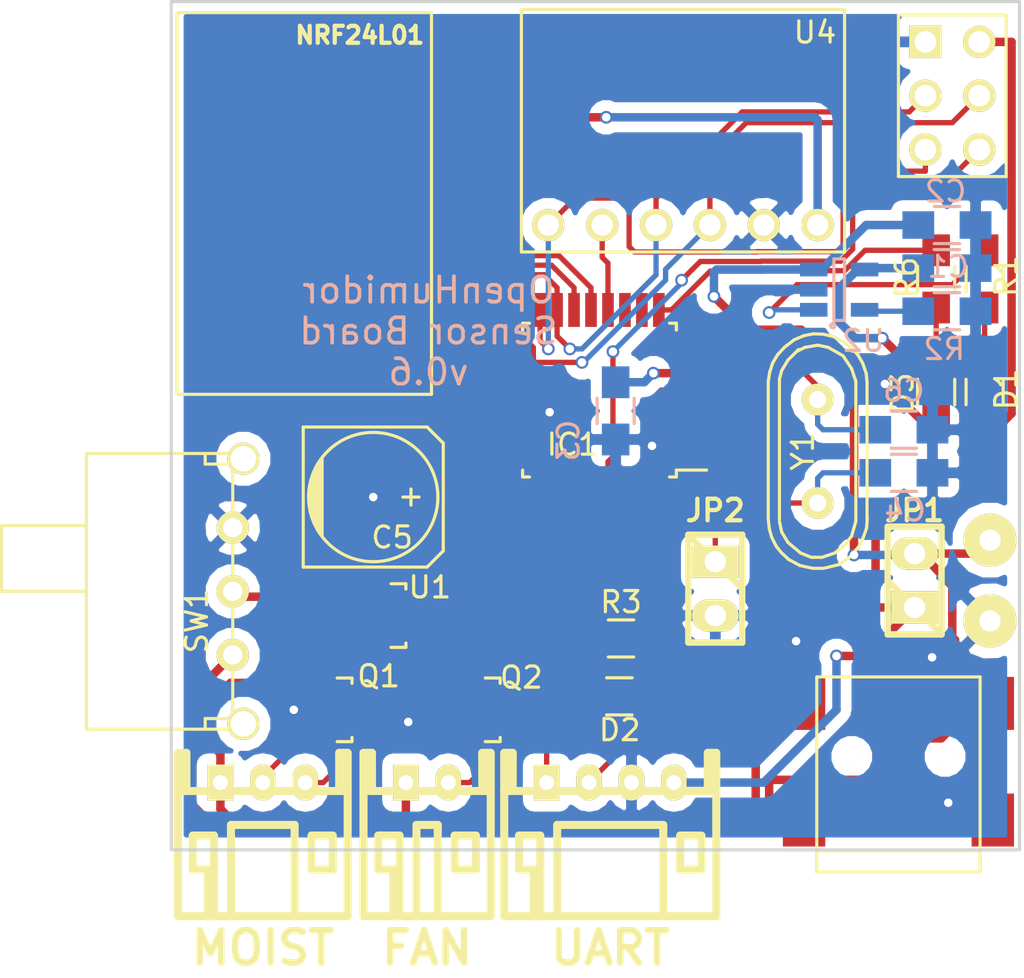
<source format=kicad_pcb>
(kicad_pcb (version 4) (host pcbnew 4.0.2+e4-6225~38~ubuntu14.04.1-stable)

  (general
    (links 78)
    (no_connects 0)
    (area 117.614999 58.293 169.283 104.46954)
    (thickness 1.6)
    (drawings 6)
    (tracks 358)
    (zones 0)
    (modules 30)
    (nets 44)
  )

  (page A4)
  (layers
    (0 F.Cu signal)
    (31 B.Cu signal hide)
    (32 B.Adhes user hide)
    (33 F.Adhes user hide)
    (34 B.Paste user hide)
    (35 F.Paste user)
    (36 B.SilkS user hide)
    (37 F.SilkS user)
    (38 B.Mask user hide)
    (39 F.Mask user)
    (40 Dwgs.User user)
    (41 Cmts.User user hide)
    (42 Eco1.User user hide)
    (43 Eco2.User user hide)
    (44 Edge.Cuts user)
    (45 Margin user hide)
    (46 B.CrtYd user hide)
    (47 F.CrtYd user hide)
    (48 B.Fab user hide)
    (49 F.Fab user hide)
  )

  (setup
    (last_trace_width 0.25)
    (trace_clearance 0.2)
    (zone_clearance 0.508)
    (zone_45_only yes)
    (trace_min 0.2)
    (segment_width 0.2)
    (edge_width 0.15)
    (via_size 0.6)
    (via_drill 0.4)
    (via_min_size 0.4)
    (via_min_drill 0.3)
    (uvia_size 0.3)
    (uvia_drill 0.1)
    (uvias_allowed no)
    (uvia_min_size 0.2)
    (uvia_min_drill 0.1)
    (pcb_text_width 0.3)
    (pcb_text_size 1.5 1.5)
    (mod_edge_width 0.15)
    (mod_text_size 1 1)
    (mod_text_width 0.15)
    (pad_size 1.524 1.524)
    (pad_drill 0.9)
    (pad_to_mask_clearance 0.2)
    (aux_axis_origin 125.89 98.425)
    (grid_origin 156.624 78.486)
    (visible_elements FFFECA3F)
    (pcbplotparams
      (layerselection 0x010f0_80000001)
      (usegerberextensions false)
      (excludeedgelayer true)
      (linewidth 0.150000)
      (plotframeref false)
      (viasonmask false)
      (mode 1)
      (useauxorigin false)
      (hpglpennumber 1)
      (hpglpenspeed 20)
      (hpglpendiameter 15)
      (hpglpenoverlay 2)
      (psnegative false)
      (psa4output false)
      (plotreference true)
      (plotvalue true)
      (plotinvisibletext false)
      (padsonsilk false)
      (subtractmaskfromsilk false)
      (outputformat 5)
      (mirror false)
      (drillshape 0)
      (scaleselection 1)
      (outputdirectory gerber))
  )

  (net 0 "")
  (net 1 +5V)
  (net 2 BAT-)
  (net 3 +3V3)
  (net 4 BAT+)
  (net 5 "Net-(D1-Pad2)")
  (net 6 "Net-(D3-Pad1)")
  (net 7 UART_RX)
  (net 8 RESET)
  (net 9 MISO)
  (net 10 MOSI)
  (net 11 SCK)
  (net 12 NRF_CSN)
  (net 13 SWITCH_MOIST)
  (net 14 "Net-(P5-Pad2)")
  (net 15 "Net-(U3-Pad8)")
  (net 16 "Net-(CON1-Pad2)")
  (net 17 "Net-(CON1-Pad3)")
  (net 18 "Net-(CON1-Pad4)")
  (net 19 "Net-(R1-Pad1)")
  (net 20 "Net-(R2-Pad2)")
  (net 21 DATA_MOIST)
  (net 22 SENS_CALIB)
  (net 23 NRF_CE)
  (net 24 "Net-(D2-Pad2)")
  (net 25 VCC)
  (net 26 "Net-(IC1-Pad1)")
  (net 27 "Net-(IC1-Pad2)")
  (net 28 "Net-(IC1-Pad9)")
  (net 29 "Net-(IC1-Pad10)")
  (net 30 "Net-(IC1-Pad11)")
  (net 31 "Net-(IC1-Pad18)")
  (net 32 "Net-(IC1-Pad19)")
  (net 33 "Net-(IC1-Pad20)")
  (net 34 "Net-(IC1-Pad22)")
  (net 35 "Net-(IC1-Pad23)")
  (net 36 "Net-(IC1-Pad24)")
  (net 37 "Net-(IC1-Pad25)")
  (net 38 UART_TX)
  (net 39 "Net-(C4-Pad2)")
  (net 40 "Net-(C6-Pad2)")
  (net 41 HYG_CS)
  (net 42 SWITCH_FAN)
  (net 43 "Net-(P4-Pad3)")

  (net_class Default "This is the default net class."
    (clearance 0.2)
    (trace_width 0.25)
    (via_dia 0.6)
    (via_drill 0.4)
    (uvia_dia 0.3)
    (uvia_drill 0.1)
    (add_net DATA_MOIST)
    (add_net HYG_CS)
    (add_net MISO)
    (add_net MOSI)
    (add_net NRF_CE)
    (add_net NRF_CSN)
    (add_net "Net-(C4-Pad2)")
    (add_net "Net-(C6-Pad2)")
    (add_net "Net-(CON1-Pad2)")
    (add_net "Net-(CON1-Pad3)")
    (add_net "Net-(CON1-Pad4)")
    (add_net "Net-(D1-Pad2)")
    (add_net "Net-(D2-Pad2)")
    (add_net "Net-(D3-Pad1)")
    (add_net "Net-(IC1-Pad1)")
    (add_net "Net-(IC1-Pad10)")
    (add_net "Net-(IC1-Pad11)")
    (add_net "Net-(IC1-Pad18)")
    (add_net "Net-(IC1-Pad19)")
    (add_net "Net-(IC1-Pad2)")
    (add_net "Net-(IC1-Pad20)")
    (add_net "Net-(IC1-Pad22)")
    (add_net "Net-(IC1-Pad23)")
    (add_net "Net-(IC1-Pad24)")
    (add_net "Net-(IC1-Pad25)")
    (add_net "Net-(IC1-Pad9)")
    (add_net "Net-(P4-Pad3)")
    (add_net "Net-(P5-Pad2)")
    (add_net "Net-(R1-Pad1)")
    (add_net "Net-(R2-Pad2)")
    (add_net "Net-(U3-Pad8)")
    (add_net RESET)
    (add_net SCK)
    (add_net SENS_CALIB)
    (add_net SWITCH_FAN)
    (add_net SWITCH_MOIST)
    (add_net UART_RX)
    (add_net UART_TX)
  )

  (net_class Power ""
    (clearance 0.2)
    (trace_width 0.4)
    (via_dia 0.6)
    (via_drill 0.4)
    (uvia_dia 0.3)
    (uvia_drill 0.1)
    (add_net +3V3)
    (add_net +5V)
    (add_net BAT+)
    (add_net BAT-)
    (add_net VCC)
  )

  (module w_conn_jst-ph:s4b-ph-kl (layer F.Cu) (tedit 578131D0) (tstamp 577D152D)
    (at 146.591 95.25)
    (descr "JST PH series connector, S4B-PH-KL")
    (path /55A59468)
    (fp_text reference "" (at 0 -2.79908) (layer F.SilkS)
      (effects (font (thickness 0.3048)))
    )
    (fp_text value UART (at 0 7.80034) (layer F.SilkS)
      (effects (font (thickness 0.3048)))
    )
    (fp_line (start -3.29946 4.09956) (end -3.29946 6.2992) (layer F.SilkS) (width 0.381))
    (fp_line (start -3.29946 6.2992) (end -3.59918 6.2992) (layer F.SilkS) (width 0.381))
    (fp_line (start -3.59918 6.2992) (end -3.59918 4.09956) (layer F.SilkS) (width 0.381))
    (fp_line (start 2.49936 1.99898) (end -2.49936 1.99898) (layer F.SilkS) (width 0.381))
    (fp_line (start -5.00126 6.2992) (end 5.00126 6.2992) (layer F.SilkS) (width 0.381))
    (fp_line (start -5.00126 0.39878) (end 5.00126 0.39878) (layer F.SilkS) (width 0.381))
    (fp_line (start 2.49936 1.99898) (end 2.49936 6.2992) (layer F.SilkS) (width 0.381))
    (fp_line (start -2.5019 1.99898) (end -2.5019 6.2992) (layer F.SilkS) (width 0.381))
    (fp_line (start 3.29692 4.09956) (end 3.29692 2.49936) (layer F.SilkS) (width 0.381))
    (fp_line (start 4.29768 4.09956) (end 3.29692 4.09956) (layer F.SilkS) (width 0.381))
    (fp_line (start 4.29768 2.49936) (end 4.29768 4.09956) (layer F.SilkS) (width 0.381))
    (fp_line (start 3.29692 2.49936) (end 4.29768 2.49936) (layer F.SilkS) (width 0.381))
    (fp_line (start -4.30276 2.49936) (end -3.302 2.49936) (layer F.SilkS) (width 0.381))
    (fp_line (start -3.302 2.49936) (end -3.302 4.09956) (layer F.SilkS) (width 0.381))
    (fp_line (start -3.302 4.09956) (end -4.30276 4.09956) (layer F.SilkS) (width 0.381))
    (fp_line (start -4.30276 4.09956) (end -4.30276 2.49936) (layer F.SilkS) (width 0.381))
    (fp_line (start 4.79806 -1.39954) (end 4.79806 0.39878) (layer F.SilkS) (width 0.381))
    (fp_line (start -4.79806 -1.39954) (end -4.79806 0.39878) (layer F.SilkS) (width 0.381))
    (fp_line (start 4.99872 6.2992) (end 4.99872 -1.39954) (layer F.SilkS) (width 0.381))
    (fp_line (start 4.99872 -1.39954) (end 4.59994 -1.39954) (layer F.SilkS) (width 0.381))
    (fp_line (start 4.59994 -1.39954) (end 4.59994 0.39878) (layer F.SilkS) (width 0.381))
    (fp_line (start -4.59994 0.39878) (end -4.59994 -1.39954) (layer F.SilkS) (width 0.381))
    (fp_line (start -4.59994 -1.39954) (end -4.99872 -1.39954) (layer F.SilkS) (width 0.381))
    (fp_line (start -4.99872 -1.39954) (end -4.99872 6.2992) (layer F.SilkS) (width 0.381))
    (pad 1 thru_hole rect (at -2.99974 0) (size 1.19888 1.69926) (drill 0.70104) (layers *.Cu *.Mask F.SilkS)
      (net 24 "Net-(D2-Pad2)"))
    (pad 2 thru_hole oval (at -1.00076 0) (size 1.19888 1.69926) (drill 0.70104) (layers *.Cu *.Mask F.SilkS)
      (net 38 UART_TX))
    (pad 3 thru_hole oval (at 1.00076 0) (size 1.19888 1.69926) (drill 0.70104) (layers *.Cu *.Mask F.SilkS)
      (net 2 BAT-))
    (pad 4 thru_hole oval (at 2.99974 0) (size 1.19888 1.69926) (drill 0.70104) (layers *.Cu *.Mask F.SilkS)
      (net 1 +5V))
    (model walter/conn_jst-ph/s4b-ph-kl.wrl
      (at (xyz 0 0 0))
      (scale (xyz 1 1 1))
      (rotate (xyz 0 0 0))
    )
  )

  (module w_conn_jst-ph:s2b-ph-kl (layer F.Cu) (tedit 578131CD) (tstamp 577D153A)
    (at 137.955 95.25)
    (descr "JST PH series connector, S2B-PH-KL")
    (path /55BE8E71)
    (fp_text reference "" (at 0 -2.79908) (layer F.SilkS)
      (effects (font (thickness 0.3048)))
    )
    (fp_text value FAN (at 0 7.80034) (layer F.SilkS)
      (effects (font (thickness 0.3048)))
    )
    (fp_line (start -1.30048 4.09956) (end -1.30048 6.2992) (layer F.SilkS) (width 0.381))
    (fp_line (start -1.30048 6.2992) (end -1.6002 6.2992) (layer F.SilkS) (width 0.381))
    (fp_line (start -1.6002 6.2992) (end -1.6002 4.09956) (layer F.SilkS) (width 0.381))
    (fp_line (start 0.50038 1.99898) (end 0.50038 6.2992) (layer F.SilkS) (width 0.381))
    (fp_line (start -0.50038 1.99898) (end -0.50038 6.2992) (layer F.SilkS) (width 0.381))
    (fp_line (start 0.50038 1.99898) (end -0.50038 1.99898) (layer F.SilkS) (width 0.381))
    (fp_line (start 1.29794 4.09956) (end 1.29794 2.49936) (layer F.SilkS) (width 0.381))
    (fp_line (start 2.2987 4.09956) (end 1.29794 4.09956) (layer F.SilkS) (width 0.381))
    (fp_line (start 2.2987 2.49936) (end 2.2987 4.09956) (layer F.SilkS) (width 0.381))
    (fp_line (start 1.29794 2.49936) (end 2.2987 2.49936) (layer F.SilkS) (width 0.381))
    (fp_line (start -2.30124 2.49936) (end -1.30048 2.49936) (layer F.SilkS) (width 0.381))
    (fp_line (start -1.30048 2.49936) (end -1.30048 4.09956) (layer F.SilkS) (width 0.381))
    (fp_line (start -1.30048 4.09956) (end -2.30124 4.09956) (layer F.SilkS) (width 0.381))
    (fp_line (start -2.30124 4.09956) (end -2.30124 2.49936) (layer F.SilkS) (width 0.381))
    (fp_line (start 2.99974 0.39878) (end -2.99974 0.39878) (layer F.SilkS) (width 0.381))
    (fp_line (start 2.79908 -1.39954) (end 2.79908 0.39878) (layer F.SilkS) (width 0.381))
    (fp_line (start -2.79908 -1.39954) (end -2.79908 0.39878) (layer F.SilkS) (width 0.381))
    (fp_line (start -2.99974 6.2992) (end 2.99974 6.2992) (layer F.SilkS) (width 0.381))
    (fp_line (start 2.99974 6.2992) (end 2.99974 -1.39954) (layer F.SilkS) (width 0.381))
    (fp_line (start 2.99974 -1.39954) (end 2.60096 -1.39954) (layer F.SilkS) (width 0.381))
    (fp_line (start 2.60096 -1.39954) (end 2.60096 0.39878) (layer F.SilkS) (width 0.381))
    (fp_line (start -2.60096 0.39878) (end -2.60096 -1.39954) (layer F.SilkS) (width 0.381))
    (fp_line (start -2.60096 -1.39954) (end -2.99974 -1.39954) (layer F.SilkS) (width 0.381))
    (fp_line (start -2.99974 -1.39954) (end -2.99974 6.2992) (layer F.SilkS) (width 0.381))
    (pad 1 thru_hole rect (at -1.00076 0) (size 1.19888 1.69926) (drill 0.70104) (layers *.Cu *.Mask F.SilkS)
      (net 25 VCC))
    (pad 2 thru_hole oval (at 1.00076 0) (size 1.19888 1.69926) (drill 0.70104) (layers *.Cu *.Mask F.SilkS)
      (net 14 "Net-(P5-Pad2)"))
    (model walter/conn_jst-ph/s2b-ph-kl.wrl
      (at (xyz 0 0 0))
      (scale (xyz 1 1 1))
      (rotate (xyz 0 0 0))
    )
  )

  (module Housings_SOT-23_SOT-143_TSOT-6:SOT-23_Handsoldering (layer F.Cu) (tedit 578131E0) (tstamp 55BE84A6)
    (at 133.764 91.821 270)
    (descr "SOT-23, Handsoldering")
    (tags SOT-23)
    (path /55A5899A)
    (attr smd)
    (fp_text reference Q1 (at -1.5875 -1.905 360) (layer F.SilkS)
      (effects (font (size 1 1) (thickness 0.15)))
    )
    (fp_text value Q_NPN_BEC (at 0 3.81 270) (layer F.Fab)
      (effects (font (size 1 1) (thickness 0.15)))
    )
    (fp_line (start -1.49982 0.0508) (end -1.49982 -0.65024) (layer F.SilkS) (width 0.15))
    (fp_line (start -1.49982 -0.65024) (end -1.2509 -0.65024) (layer F.SilkS) (width 0.15))
    (fp_line (start 1.29916 -0.65024) (end 1.49982 -0.65024) (layer F.SilkS) (width 0.15))
    (fp_line (start 1.49982 -0.65024) (end 1.49982 0.0508) (layer F.SilkS) (width 0.15))
    (pad 1 smd rect (at -0.95 1.50114 270) (size 0.8001 1.80086) (layers F.Cu F.Paste F.Mask)
      (net 13 SWITCH_MOIST))
    (pad 2 smd rect (at 0.95 1.50114 270) (size 0.8001 1.80086) (layers F.Cu F.Paste F.Mask)
      (net 2 BAT-))
    (pad 3 smd rect (at 0 -1.50114 270) (size 0.8001 1.80086) (layers F.Cu F.Paste F.Mask)
      (net 43 "Net-(P4-Pad3)"))
    (model Housings_SOT-23_SOT-143_TSOT-6.3dshapes/SOT-23_Handsoldering.wrl
      (at (xyz 0 0 0))
      (scale (xyz 1 1 1))
      (rotate (xyz 0 0 0))
    )
  )

  (module Housings_SOT-23_SOT-143_TSOT-6:SOT-23_Handsoldering (layer F.Cu) (tedit 578131DE) (tstamp 55BE84AD)
    (at 140.749 91.821 270)
    (descr "SOT-23, Handsoldering")
    (tags SOT-23)
    (path /55A580FB)
    (attr smd)
    (fp_text reference Q2 (at -1.524 -1.651 360) (layer F.SilkS)
      (effects (font (size 1 1) (thickness 0.15)))
    )
    (fp_text value Q_NPN_BEC (at 0 3.81 270) (layer F.Fab)
      (effects (font (size 1 1) (thickness 0.15)))
    )
    (fp_line (start -1.49982 0.0508) (end -1.49982 -0.65024) (layer F.SilkS) (width 0.15))
    (fp_line (start -1.49982 -0.65024) (end -1.2509 -0.65024) (layer F.SilkS) (width 0.15))
    (fp_line (start 1.29916 -0.65024) (end 1.49982 -0.65024) (layer F.SilkS) (width 0.15))
    (fp_line (start 1.49982 -0.65024) (end 1.49982 0.0508) (layer F.SilkS) (width 0.15))
    (pad 1 smd rect (at -0.95 1.50114 270) (size 0.8001 1.80086) (layers F.Cu F.Paste F.Mask)
      (net 42 SWITCH_FAN))
    (pad 2 smd rect (at 0.95 1.50114 270) (size 0.8001 1.80086) (layers F.Cu F.Paste F.Mask)
      (net 2 BAT-))
    (pad 3 smd rect (at 0 -1.50114 270) (size 0.8001 1.80086) (layers F.Cu F.Paste F.Mask)
      (net 14 "Net-(P5-Pad2)"))
    (model Housings_SOT-23_SOT-143_TSOT-6.3dshapes/SOT-23_Handsoldering.wrl
      (at (xyz 0 0 0))
      (scale (xyz 1 1 1))
      (rotate (xyz 0 0 0))
    )
  )

  (module Housings_SOT-23_SOT-143_TSOT-6:SOT-23_Handsoldering (layer F.Cu) (tedit 578131A0) (tstamp 55BE84D2)
    (at 136.304 87.376 270)
    (descr "SOT-23, Handsoldering")
    (tags SOT-23)
    (path /55A5FDBB)
    (attr smd)
    (fp_text reference U1 (at -1.3335 -1.778 360) (layer F.SilkS)
      (effects (font (size 1 1) (thickness 0.15)))
    )
    (fp_text value MCP1700 (at 0 3.81 270) (layer F.Fab)
      (effects (font (size 1 1) (thickness 0.15)))
    )
    (fp_line (start -1.49982 0.0508) (end -1.49982 -0.65024) (layer F.SilkS) (width 0.15))
    (fp_line (start -1.49982 -0.65024) (end -1.2509 -0.65024) (layer F.SilkS) (width 0.15))
    (fp_line (start 1.29916 -0.65024) (end 1.49982 -0.65024) (layer F.SilkS) (width 0.15))
    (fp_line (start 1.49982 -0.65024) (end 1.49982 0.0508) (layer F.SilkS) (width 0.15))
    (pad 1 smd rect (at -0.95 1.50114 270) (size 0.8001 1.80086) (layers F.Cu F.Paste F.Mask)
      (net 2 BAT-))
    (pad 2 smd rect (at 0.95 1.50114 270) (size 0.8001 1.80086) (layers F.Cu F.Paste F.Mask)
      (net 3 +3V3))
    (pad 3 smd rect (at 0 -1.50114 270) (size 0.8001 1.80086) (layers F.Cu F.Paste F.Mask)
      (net 25 VCC))
    (model Housings_SOT-23_SOT-143_TSOT-6.3dshapes/SOT-23_Handsoldering.wrl
      (at (xyz 0 0 0))
      (scale (xyz 1 1 1))
      (rotate (xyz 0 0 0))
    )
  )

  (module ownprints:nrf24l01_mini (layer F.Cu) (tedit 568C1AFE) (tstamp 55BE84EB)
    (at 130.462 67.945)
    (descr "Footprint for Chinese nRF24L01+ module")
    (tags CONN)
    (path /55BE50AD)
    (fp_text reference U3 (at 7.747 10.287) (layer F.SilkS) hide
      (effects (font (size 1.016 1.016) (thickness 0.2032)))
    )
    (fp_text value nRF24L01+ (at 5.4035 7.2896) (layer F.SilkS) hide
      (effects (font (size 1.016 1.016) (thickness 0.2032)))
    )
    (fp_line (start -4.3 9) (end -4.3 -9) (layer F.SilkS) (width 0.15))
    (fp_line (start -4.3 -9) (end 7.7 -9) (layer F.SilkS) (width 0.15))
    (fp_line (start 7.7 -9) (end 7.7 9) (layer F.SilkS) (width 0.15))
    (fp_line (start 7.7 9) (end -4.3 9) (layer F.SilkS) (width 0.15))
    (pad 1 smd circle (at -2.7 9.1) (size 0.8 0.8) (layers F.Cu F.Paste F.Mask)
      (net 3 +3V3))
    (pad 2 smd circle (at -1.4265 9.0896) (size 0.8 0.8) (layers F.Cu F.Paste F.Mask)
      (net 2 BAT-))
    (pad 3 smd circle (at -0.1565 9.0896) (size 0.8 0.8) (layers F.Cu F.Paste F.Mask)
      (net 23 NRF_CE))
    (pad 4 smd circle (at 1.1135 9.0896) (size 0.8 0.8) (layers F.Cu F.Paste F.Mask)
      (net 12 NRF_CSN))
    (pad 5 smd circle (at 2.3835 9.0896) (size 0.8 0.8) (layers F.Cu F.Paste F.Mask)
      (net 11 SCK))
    (pad 6 smd circle (at 3.6535 9.0896) (size 0.8 0.8) (layers F.Cu F.Paste F.Mask)
      (net 10 MOSI))
    (pad 7 smd circle (at 4.9235 9.0896) (size 0.8 0.8) (layers F.Cu F.Paste F.Mask)
      (net 9 MISO))
    (pad 8 smd circle (at 6.1935 9.0896) (size 0.8 0.8) (layers F.Cu F.Paste F.Mask)
      (net 15 "Net-(U3-Pad8)"))
    (model pin_array/pins_array_4x2.wrl
      (at (xyz 0 0 0))
      (scale (xyz 1 1 1))
      (rotate (xyz 0 0 0))
    )
  )

  (module Connect:USB_Mini-B (layer F.Cu) (tedit 568C1B8D) (tstamp 55BFCA28)
    (at 160.18 94.869 90)
    (descr "USB Mini-B 5-pin SMD connector")
    (tags "USB USB_B USB_Mini connector")
    (path /55BFFF8C)
    (attr smd)
    (fp_text reference CON1 (at 6.096 -0.127 180) (layer F.SilkS) hide
      (effects (font (size 1 1) (thickness 0.15)))
    )
    (fp_text value USB-MINI-B (at 0 -7.0993 90) (layer F.Fab)
      (effects (font (size 1 1) (thickness 0.15)))
    )
    (fp_line (start -4.85 -5.7) (end 4.85 -5.7) (layer F.CrtYd) (width 0.05))
    (fp_line (start 4.85 -5.7) (end 4.85 5.7) (layer F.CrtYd) (width 0.05))
    (fp_line (start 4.85 5.7) (end -4.85 5.7) (layer F.CrtYd) (width 0.05))
    (fp_line (start -4.85 5.7) (end -4.85 -5.7) (layer F.CrtYd) (width 0.05))
    (fp_line (start -3.59918 -3.85064) (end -3.59918 3.85064) (layer F.SilkS) (width 0.15))
    (fp_line (start -4.59994 -3.85064) (end -4.59994 3.85064) (layer F.SilkS) (width 0.15))
    (fp_line (start -4.59994 3.85064) (end 4.59994 3.85064) (layer F.SilkS) (width 0.15))
    (fp_line (start 4.59994 3.85064) (end 4.59994 -3.85064) (layer F.SilkS) (width 0.15))
    (fp_line (start 4.59994 -3.85064) (end -4.59994 -3.85064) (layer F.SilkS) (width 0.15))
    (pad 1 smd rect (at 3.44932 -1.6002 90) (size 2.30124 0.50038) (layers F.Cu F.Paste F.Mask)
      (net 1 +5V))
    (pad 2 smd rect (at 3.44932 -0.8001 90) (size 2.30124 0.50038) (layers F.Cu F.Paste F.Mask)
      (net 16 "Net-(CON1-Pad2)"))
    (pad 3 smd rect (at 3.44932 0 90) (size 2.30124 0.50038) (layers F.Cu F.Paste F.Mask)
      (net 17 "Net-(CON1-Pad3)"))
    (pad 4 smd rect (at 3.44932 0.8001 90) (size 2.30124 0.50038) (layers F.Cu F.Paste F.Mask)
      (net 18 "Net-(CON1-Pad4)"))
    (pad 5 smd rect (at 3.44932 1.6002 90) (size 2.30124 0.50038) (layers F.Cu F.Paste F.Mask)
      (net 2 BAT-))
    (pad 6 smd rect (at 3.35026 -4.45008 90) (size 2.49936 1.99898) (layers F.Cu F.Paste F.Mask)
      (net 2 BAT-))
    (pad 6 smd rect (at -2.14884 -4.45008 90) (size 2.49936 1.99898) (layers F.Cu F.Paste F.Mask)
      (net 2 BAT-))
    (pad 6 smd rect (at 3.35026 4.45008 90) (size 2.49936 1.99898) (layers F.Cu F.Paste F.Mask)
      (net 2 BAT-))
    (pad 6 smd rect (at -2.14884 4.45008 90) (size 2.49936 1.99898) (layers F.Cu F.Paste F.Mask)
      (net 2 BAT-))
    (pad "" np_thru_hole circle (at 0.8509 -2.19964 90) (size 0.89916 0.89916) (drill 0.89916) (layers *.Cu *.Mask F.SilkS))
    (pad "" np_thru_hole circle (at 0.8509 2.19964 90) (size 0.89916 0.89916) (drill 0.89916) (layers *.Cu *.Mask F.SilkS))
  )

  (module ownprints:SOT-23-5_handsoldering (layer B.Cu) (tedit 5781323F) (tstamp 55E6F777)
    (at 157.386 72.009)
    (descr "5-pin SOT23 package")
    (tags SOT-23-5)
    (path /55E6F475)
    (attr smd)
    (fp_text reference U2 (at 1.143 2.413) (layer B.SilkS)
      (effects (font (size 1 1) (thickness 0.15)) (justify mirror))
    )
    (fp_text value MCP73831 (at -0.05 -2.35) (layer B.Fab)
      (effects (font (size 1 1) (thickness 0.15)) (justify mirror))
    )
    (fp_line (start -1.8 1.6) (end 1.8 1.6) (layer B.CrtYd) (width 0.05))
    (fp_line (start 1.8 1.6) (end 1.8 -1.6) (layer B.CrtYd) (width 0.05))
    (fp_line (start 1.8 -1.6) (end -1.8 -1.6) (layer B.CrtYd) (width 0.05))
    (fp_line (start -1.8 -1.6) (end -1.8 1.6) (layer B.CrtYd) (width 0.05))
    (fp_circle (center -0.3 1.7) (end -0.2 1.7) (layer B.SilkS) (width 0.15))
    (fp_line (start 0.25 1.45) (end -0.25 1.45) (layer B.SilkS) (width 0.15))
    (fp_line (start 0.25 -1.45) (end 0.25 1.45) (layer B.SilkS) (width 0.15))
    (fp_line (start -0.25 -1.45) (end 0.25 -1.45) (layer B.SilkS) (width 0.15))
    (fp_line (start -0.25 1.45) (end -0.25 -1.45) (layer B.SilkS) (width 0.15))
    (pad 1 smd rect (at -1.2 0.95) (size 1.3 0.65) (layers B.Cu B.Paste B.Mask)
      (net 19 "Net-(R1-Pad1)"))
    (pad 2 smd rect (at -1.2 0) (size 1.3 0.65) (layers B.Cu B.Paste B.Mask)
      (net 2 BAT-))
    (pad 3 smd rect (at -1.2 -0.95) (size 1.3 0.65) (layers B.Cu B.Paste B.Mask)
      (net 4 BAT+))
    (pad 4 smd rect (at 1.2 -0.95) (size 1.3 0.65) (layers B.Cu B.Paste B.Mask)
      (net 1 +5V))
    (pad 5 smd rect (at 1.2 0.95) (size 1.3 0.65) (layers B.Cu B.Paste B.Mask)
      (net 20 "Net-(R2-Pad2)"))
    (model Housings_SOT-23_SOT-143_TSOT-6.3dshapes/SOT-23-5.wrl
      (at (xyz 0 0 0))
      (scale (xyz 0.11 0.11 0.11))
      (rotate (xyz 0 0 90))
    )
  )

  (module ownprints:2x3_pin_header (layer F.Cu) (tedit 568C1B86) (tstamp 56840F7E)
    (at 162.72 64.135 270)
    (descr "Footprint for Chinese nRF24L01+ module")
    (tags CONN)
    (path /55A5EFF2)
    (fp_text reference P1 (at 0 -3.81 270) (layer F.SilkS) hide
      (effects (font (size 1.016 1.016) (thickness 0.2032)))
    )
    (fp_text value ICSP (at 2.54 3.81 270) (layer F.SilkS) hide
      (effects (font (size 1.016 1.016) (thickness 0.2032)))
    )
    (fp_line (start -5.08 -2.54) (end -5.08 2.54) (layer F.SilkS) (width 0.15))
    (fp_line (start -5.08 2.54) (end 2.54 2.54) (layer F.SilkS) (width 0.15))
    (fp_line (start 2.54 2.54) (end 2.54 -2.54) (layer F.SilkS) (width 0.15))
    (fp_line (start 2.54 -2.54) (end -5.08 -2.54) (layer F.SilkS) (width 0.15))
    (pad 1 thru_hole rect (at -3.81 1.27 270) (size 1.524 1.524) (drill 1.016) (layers *.Cu *.Mask F.SilkS)
      (net 2 BAT-))
    (pad 2 thru_hole circle (at -3.81 -1.27 270) (size 1.524 1.524) (drill 1.016) (layers *.Cu *.Mask F.SilkS)
      (net 1 +5V))
    (pad 3 thru_hole circle (at -1.27 1.27 270) (size 1.524 1.524) (drill 1.016) (layers *.Cu *.Mask F.SilkS)
      (net 10 MOSI))
    (pad 4 thru_hole circle (at -1.27 -1.27 270) (size 1.524 1.524) (drill 1.016) (layers *.Cu *.Mask F.SilkS)
      (net 11 SCK))
    (pad 5 thru_hole circle (at 1.27 1.27 270) (size 1.524 1.524) (drill 1.016) (layers *.Cu *.Mask F.SilkS)
      (net 9 MISO))
    (pad 6 thru_hole circle (at 1.27 -1.27 270) (size 1.524 1.524) (drill 1.016) (layers *.Cu *.Mask F.SilkS)
      (net 8 RESET))
    (model pin_array/pins_array_4x2.wrl
      (at (xyz 0 0 0))
      (scale (xyz 1 1 1))
      (rotate (xyz 0 0 0))
    )
  )

  (module ownprints:solderpad2x (layer F.Cu) (tedit 568C1DB3) (tstamp 56840F84)
    (at 164.498 85.725 270)
    (path /55BEB026)
    (fp_text reference P2 (at 0 -3.81 270) (layer F.SilkS) hide
      (effects (font (size 1 1) (thickness 0.15)))
    )
    (fp_text value BATTERY (at 0.635 3.81 270) (layer F.Fab)
      (effects (font (size 1 1) (thickness 0.15)))
    )
    (pad 1 thru_hole circle (at -1.905 0 270) (size 2.49936 2.49936) (drill 1.00076) (layers *.Cu *.Mask F.SilkS)
      (net 4 BAT+))
    (pad 2 thru_hole circle (at 1.905 0 270) (size 2.49936 2.49936) (drill 1.00076) (layers *.Cu *.Mask F.SilkS)
      (net 2 BAT-))
  )

  (module w_pinstrip:pin_strip_2 (layer F.Cu) (tedit 5781314C) (tstamp 568416E3)
    (at 160.942 85.725 90)
    (descr "Pin strip 2pin")
    (tags "CONN DEV")
    (path /5677F9B8)
    (fp_text reference JP1 (at 3.302 0 360) (layer F.SilkS)
      (effects (font (size 1.016 1.016) (thickness 0.2032)))
    )
    (fp_text value JUMPER (at 0.254 -3.556 90) (layer F.SilkS) hide
      (effects (font (size 1.016 0.889) (thickness 0.2032)))
    )
    (fp_line (start -2.54 1.27) (end 0 -1.27) (layer F.SilkS) (width 0.3048))
    (fp_line (start 2.54 1.27) (end -2.54 1.27) (layer F.SilkS) (width 0.3048))
    (fp_line (start -2.54 -1.27) (end 2.54 -1.27) (layer F.SilkS) (width 0.3048))
    (fp_line (start -2.54 1.27) (end -2.54 -1.27) (layer F.SilkS) (width 0.3048))
    (fp_line (start 2.54 -1.27) (end 2.54 1.27) (layer F.SilkS) (width 0.3048))
    (pad 1 thru_hole rect (at -1.27 0 90) (size 1.524 2.19964) (drill 1.00076) (layers *.Cu *.Mask F.SilkS)
      (net 1 +5V))
    (pad 2 thru_hole oval (at 1.27 0 90) (size 1.524 2.19964) (drill 1.00076) (layers *.Cu *.Mask F.SilkS)
      (net 4 BAT+))
    (model walter/pin_strip/pin_strip_2.wrl
      (at (xyz 0 0 0))
      (scale (xyz 1 1 1))
      (rotate (xyz 0 0 0))
    )
  )

  (module switch:SS12F23 (layer F.Cu) (tedit 5781319A) (tstamp 568416F2)
    (at 125.89 86.233 90)
    (path /5685453B)
    (fp_text reference SW1 (at -1.397 1.2065 90) (layer F.SilkS)
      (effects (font (size 1 1) (thickness 0.15)))
    )
    (fp_text value Switch_SPDT_x2 (at 0 -0.5 90) (layer F.Fab)
      (effects (font (size 1 1) (thickness 0.15)))
    )
    (fp_line (start 0 -4) (end 0 -8) (layer F.SilkS) (width 0.15))
    (fp_line (start 0 -8) (end 3.1 -8) (layer F.SilkS) (width 0.15))
    (fp_line (start 3.1 -8) (end 3.1 -4) (layer F.SilkS) (width 0.15))
    (fp_line (start 6.5 1.6) (end 6 1.6) (layer F.SilkS) (width 0.15))
    (fp_line (start 6 1.6) (end 6 2.9) (layer F.SilkS) (width 0.15))
    (fp_line (start -6.5 1.6) (end -6 1.6) (layer F.SilkS) (width 0.15))
    (fp_line (start -6 1.6) (end -6 2.9) (layer F.SilkS) (width 0.15))
    (fp_line (start 6.5 -2.9) (end 6.5 -4) (layer F.SilkS) (width 0.15))
    (fp_line (start -6.5 -2.9) (end -6.5 -4) (layer F.SilkS) (width 0.15))
    (fp_line (start 6.5 0) (end 6.5 -2.9) (layer F.SilkS) (width 0.15))
    (fp_line (start 6.5 -4) (end -6.5 -4) (layer F.SilkS) (width 0.15))
    (fp_line (start -6.5 -2.9) (end -6.5 2.9) (layer F.SilkS) (width 0.15))
    (fp_line (start -6.5 2.9) (end 6.5 2.9) (layer F.SilkS) (width 0.15))
    (fp_line (start 6.5 2.9) (end 6.5 0) (layer F.SilkS) (width 0.15))
    (pad 1 thru_hole circle (at -3 2.9 90) (size 1.524 1.524) (drill 0.9) (layers *.Cu *.Mask F.SilkS)
      (net 4 BAT+))
    (pad 2 thru_hole circle (at 0 2.9 90) (size 1.524 1.524) (drill 0.9) (layers *.Cu *.Mask F.SilkS)
      (net 25 VCC))
    (pad 3 thru_hole circle (at 3 2.9 90) (size 1.524 1.524) (drill 0.9) (layers *.Cu *.Mask F.SilkS)
      (net 2 BAT-))
    (pad "" thru_hole circle (at -6.25 3.4 90) (size 1.524 1.524) (drill 1.2) (layers *.Cu *.Mask F.SilkS))
    (pad "" thru_hole circle (at 6.25 3.4 90) (size 1.524 1.524) (drill 1.2) (layers *.Cu *.Mask F.SilkS))
  )

  (module w_conn_jst-ph:s3b-ph-kl (layer F.Cu) (tedit 578131C7) (tstamp 577D1534)
    (at 130.208 95.25)
    (descr "JST PH series connector, S3B-PH-KL")
    (path /55A58A35)
    (fp_text reference "" (at 0 -2.79908) (layer F.SilkS)
      (effects (font (thickness 0.3048)))
    )
    (fp_text value MOIST (at 0 7.80034) (layer F.SilkS)
      (effects (font (thickness 0.3048)))
    )
    (fp_line (start -2.30124 4.09956) (end -2.30124 6.2992) (layer F.SilkS) (width 0.381))
    (fp_line (start -2.30124 6.2992) (end -2.60096 6.2992) (layer F.SilkS) (width 0.381))
    (fp_line (start -2.60096 6.2992) (end -2.60096 4.09956) (layer F.SilkS) (width 0.381))
    (fp_line (start -4.0005 0.39878) (end 4.0005 0.39878) (layer F.SilkS) (width 0.381))
    (fp_line (start -1.50114 1.99898) (end 1.50114 1.99898) (layer F.SilkS) (width 0.381))
    (fp_line (start -4.0005 6.2992) (end 4.0005 6.2992) (layer F.SilkS) (width 0.381))
    (fp_line (start 1.4986 1.99898) (end 1.4986 6.2992) (layer F.SilkS) (width 0.381))
    (fp_line (start -1.50114 1.99898) (end -1.50114 6.2992) (layer F.SilkS) (width 0.381))
    (fp_line (start 2.29616 4.09956) (end 2.29616 2.49936) (layer F.SilkS) (width 0.381))
    (fp_line (start 3.29692 4.09956) (end 2.29616 4.09956) (layer F.SilkS) (width 0.381))
    (fp_line (start 3.29692 2.49936) (end 3.29692 4.09956) (layer F.SilkS) (width 0.381))
    (fp_line (start 2.29616 2.49936) (end 3.29692 2.49936) (layer F.SilkS) (width 0.381))
    (fp_line (start -3.302 2.49936) (end -2.30124 2.49936) (layer F.SilkS) (width 0.381))
    (fp_line (start -2.30124 2.49936) (end -2.30124 4.09956) (layer F.SilkS) (width 0.381))
    (fp_line (start -2.30124 4.09956) (end -3.302 4.09956) (layer F.SilkS) (width 0.381))
    (fp_line (start -3.302 4.09956) (end -3.302 2.49936) (layer F.SilkS) (width 0.381))
    (fp_line (start 3.79984 -1.39954) (end 3.79984 0.39878) (layer F.SilkS) (width 0.381))
    (fp_line (start -3.79984 -1.39954) (end -3.79984 0.39878) (layer F.SilkS) (width 0.381))
    (fp_line (start 4.0005 6.2992) (end 4.0005 -1.39954) (layer F.SilkS) (width 0.381))
    (fp_line (start 4.0005 -1.39954) (end 3.60172 -1.39954) (layer F.SilkS) (width 0.381))
    (fp_line (start 3.60172 -1.39954) (end 3.60172 0.39878) (layer F.SilkS) (width 0.381))
    (fp_line (start -3.60172 0.39878) (end -3.60172 -1.39954) (layer F.SilkS) (width 0.381))
    (fp_line (start -3.60172 -1.39954) (end -4.0005 -1.39954) (layer F.SilkS) (width 0.381))
    (fp_line (start -4.0005 -1.39954) (end -4.0005 6.2992) (layer F.SilkS) (width 0.381))
    (pad 1 thru_hole rect (at -1.99898 0) (size 1.19888 1.69926) (drill 0.70104) (layers *.Cu *.Mask F.SilkS)
      (net 25 VCC))
    (pad 2 thru_hole oval (at 0 0) (size 1.19888 1.69926) (drill 0.70104) (layers *.Cu *.Mask F.SilkS)
      (net 21 DATA_MOIST))
    (pad 3 thru_hole oval (at 1.99898 0) (size 1.19888 1.69926) (drill 0.70104) (layers *.Cu *.Mask F.SilkS)
      (net 43 "Net-(P4-Pad3)"))
    (model walter/conn_jst-ph/s3b-ph-kl.wrl
      (at (xyz 0 0 0))
      (scale (xyz 1 1 1))
      (rotate (xyz 0 0 0))
    )
  )

  (module Housings_QFP:TQFP-32_7x7mm_Pitch0.8mm (layer F.Cu) (tedit 57AF64F2) (tstamp 577D1591)
    (at 146.083 77.216 180)
    (descr "32-Lead Plastic Thin Quad Flatpack (PT) - 7x7x1.0 mm Body, 2.00 mm [TQFP] (see Microchip Packaging Specification 00000049BS.pdf)")
    (tags "QFP 0.8")
    (path /577D1A3A)
    (attr smd)
    (fp_text reference IC1 (at 1.27 -2.0955 180) (layer F.SilkS)
      (effects (font (size 1 1) (thickness 0.15)))
    )
    (fp_text value ATMEGA328P-A (at 0 6.05 180) (layer F.Fab)
      (effects (font (size 1 1) (thickness 0.15)))
    )
    (fp_line (start -5.3 -5.3) (end -5.3 5.3) (layer F.CrtYd) (width 0.05))
    (fp_line (start 5.3 -5.3) (end 5.3 5.3) (layer F.CrtYd) (width 0.05))
    (fp_line (start -5.3 -5.3) (end 5.3 -5.3) (layer F.CrtYd) (width 0.05))
    (fp_line (start -5.3 5.3) (end 5.3 5.3) (layer F.CrtYd) (width 0.05))
    (fp_line (start -3.625 -3.625) (end -3.625 -3.3) (layer F.SilkS) (width 0.15))
    (fp_line (start 3.625 -3.625) (end 3.625 -3.3) (layer F.SilkS) (width 0.15))
    (fp_line (start 3.625 3.625) (end 3.625 3.3) (layer F.SilkS) (width 0.15))
    (fp_line (start -3.625 3.625) (end -3.625 3.3) (layer F.SilkS) (width 0.15))
    (fp_line (start -3.625 -3.625) (end -3.3 -3.625) (layer F.SilkS) (width 0.15))
    (fp_line (start -3.625 3.625) (end -3.3 3.625) (layer F.SilkS) (width 0.15))
    (fp_line (start 3.625 3.625) (end 3.3 3.625) (layer F.SilkS) (width 0.15))
    (fp_line (start 3.625 -3.625) (end 3.3 -3.625) (layer F.SilkS) (width 0.15))
    (fp_line (start -3.625 -3.3) (end -5.05 -3.3) (layer F.SilkS) (width 0.15))
    (pad 1 smd rect (at -4.25 -2.8 180) (size 1.6 0.55) (layers F.Cu F.Paste F.Mask)
      (net 26 "Net-(IC1-Pad1)"))
    (pad 2 smd rect (at -4.25 -2 180) (size 1.6 0.55) (layers F.Cu F.Paste F.Mask)
      (net 27 "Net-(IC1-Pad2)"))
    (pad 3 smd rect (at -4.25 -1.2 180) (size 1.6 0.55) (layers F.Cu F.Paste F.Mask)
      (net 2 BAT-))
    (pad 4 smd rect (at -4.25 -0.4 180) (size 1.6 0.55) (layers F.Cu F.Paste F.Mask)
      (net 25 VCC))
    (pad 5 smd rect (at -4.25 0.4 180) (size 1.6 0.55) (layers F.Cu F.Paste F.Mask)
      (net 2 BAT-))
    (pad 6 smd rect (at -4.25 1.2 180) (size 1.6 0.55) (layers F.Cu F.Paste F.Mask)
      (net 25 VCC))
    (pad 7 smd rect (at -4.25 2 180) (size 1.6 0.55) (layers F.Cu F.Paste F.Mask)
      (net 39 "Net-(C4-Pad2)"))
    (pad 8 smd rect (at -4.25 2.8 180) (size 1.6 0.55) (layers F.Cu F.Paste F.Mask)
      (net 40 "Net-(C6-Pad2)"))
    (pad 9 smd rect (at -2.8 4.25 270) (size 1.6 0.55) (layers F.Cu F.Paste F.Mask)
      (net 28 "Net-(IC1-Pad9)"))
    (pad 10 smd rect (at -2 4.25 270) (size 1.6 0.55) (layers F.Cu F.Paste F.Mask)
      (net 29 "Net-(IC1-Pad10)"))
    (pad 11 smd rect (at -1.2 4.25 270) (size 1.6 0.55) (layers F.Cu F.Paste F.Mask)
      (net 30 "Net-(IC1-Pad11)"))
    (pad 12 smd rect (at -0.4 4.25 270) (size 1.6 0.55) (layers F.Cu F.Paste F.Mask)
      (net 41 HYG_CS))
    (pad 13 smd rect (at 0.4 4.25 270) (size 1.6 0.55) (layers F.Cu F.Paste F.Mask)
      (net 23 NRF_CE))
    (pad 14 smd rect (at 1.2 4.25 270) (size 1.6 0.55) (layers F.Cu F.Paste F.Mask)
      (net 12 NRF_CSN))
    (pad 15 smd rect (at 2 4.25 270) (size 1.6 0.55) (layers F.Cu F.Paste F.Mask)
      (net 10 MOSI))
    (pad 16 smd rect (at 2.8 4.25 270) (size 1.6 0.55) (layers F.Cu F.Paste F.Mask)
      (net 9 MISO))
    (pad 17 smd rect (at 4.25 2.8 180) (size 1.6 0.55) (layers F.Cu F.Paste F.Mask)
      (net 11 SCK))
    (pad 18 smd rect (at 4.25 2 180) (size 1.6 0.55) (layers F.Cu F.Paste F.Mask)
      (net 31 "Net-(IC1-Pad18)"))
    (pad 19 smd rect (at 4.25 1.2 180) (size 1.6 0.55) (layers F.Cu F.Paste F.Mask)
      (net 32 "Net-(IC1-Pad19)"))
    (pad 20 smd rect (at 4.25 0.4 180) (size 1.6 0.55) (layers F.Cu F.Paste F.Mask)
      (net 33 "Net-(IC1-Pad20)"))
    (pad 21 smd rect (at 4.25 -0.4 180) (size 1.6 0.55) (layers F.Cu F.Paste F.Mask)
      (net 2 BAT-))
    (pad 22 smd rect (at 4.25 -1.2 180) (size 1.6 0.55) (layers F.Cu F.Paste F.Mask)
      (net 34 "Net-(IC1-Pad22)"))
    (pad 23 smd rect (at 4.25 -2 180) (size 1.6 0.55) (layers F.Cu F.Paste F.Mask)
      (net 35 "Net-(IC1-Pad23)"))
    (pad 24 smd rect (at 4.25 -2.8 180) (size 1.6 0.55) (layers F.Cu F.Paste F.Mask)
      (net 36 "Net-(IC1-Pad24)"))
    (pad 25 smd rect (at 2.8 -4.25 270) (size 1.6 0.55) (layers F.Cu F.Paste F.Mask)
      (net 37 "Net-(IC1-Pad25)"))
    (pad 26 smd rect (at 2 -4.25 270) (size 1.6 0.55) (layers F.Cu F.Paste F.Mask)
      (net 13 SWITCH_MOIST))
    (pad 27 smd rect (at 1.2 -4.25 270) (size 1.6 0.55) (layers F.Cu F.Paste F.Mask)
      (net 21 DATA_MOIST))
    (pad 28 smd rect (at 0.4 -4.25 270) (size 1.6 0.55) (layers F.Cu F.Paste F.Mask)
      (net 42 SWITCH_FAN))
    (pad 29 smd rect (at -0.4 -4.25 270) (size 1.6 0.55) (layers F.Cu F.Paste F.Mask)
      (net 8 RESET))
    (pad 30 smd rect (at -1.2 -4.25 270) (size 1.6 0.55) (layers F.Cu F.Paste F.Mask)
      (net 7 UART_RX))
    (pad 31 smd rect (at -2 -4.25 270) (size 1.6 0.55) (layers F.Cu F.Paste F.Mask)
      (net 38 UART_TX))
    (pad 32 smd rect (at -2.8 -4.25 270) (size 1.6 0.55) (layers F.Cu F.Paste F.Mask)
      (net 22 SENS_CALIB))
    (model Housings_QFP.3dshapes/TQFP-32_7x7mm_Pitch0.8mm.wrl
      (at (xyz 0 0 0))
      (scale (xyz 1 1 1))
      (rotate (xyz 0 0 0))
    )
  )

  (module Resistors_SMD:R_0805_HandSoldering (layer B.Cu) (tedit 57813259) (tstamp 577D1870)
    (at 162.466 70.993 180)
    (descr "Resistor SMD 0805, hand soldering")
    (tags "resistor 0805")
    (path /55A89876)
    (attr smd)
    (fp_text reference C1 (at -0.0635 0.0635 180) (layer B.SilkS)
      (effects (font (size 1 1) (thickness 0.15)) (justify mirror))
    )
    (fp_text value 4.7uF (at 0 -2.1 180) (layer B.Fab)
      (effects (font (size 1 1) (thickness 0.15)) (justify mirror))
    )
    (fp_line (start -2.4 1) (end 2.4 1) (layer B.CrtYd) (width 0.05))
    (fp_line (start -2.4 -1) (end 2.4 -1) (layer B.CrtYd) (width 0.05))
    (fp_line (start -2.4 1) (end -2.4 -1) (layer B.CrtYd) (width 0.05))
    (fp_line (start 2.4 1) (end 2.4 -1) (layer B.CrtYd) (width 0.05))
    (fp_line (start 0.6 -0.875) (end -0.6 -0.875) (layer B.SilkS) (width 0.15))
    (fp_line (start -0.6 0.875) (end 0.6 0.875) (layer B.SilkS) (width 0.15))
    (pad 1 smd rect (at -1.35 0 180) (size 1.5 1.3) (layers B.Cu B.Paste B.Mask)
      (net 2 BAT-))
    (pad 2 smd rect (at 1.35 0 180) (size 1.5 1.3) (layers B.Cu B.Paste B.Mask)
      (net 1 +5V))
    (model Resistors_SMD.3dshapes/R_0805_HandSoldering.wrl
      (at (xyz 0 0 0))
      (scale (xyz 1 1 1))
      (rotate (xyz 0 0 0))
    )
  )

  (module Resistors_SMD:R_0805_HandSoldering (layer B.Cu) (tedit 5781324B) (tstamp 577D1875)
    (at 162.466 68.961 180)
    (descr "Resistor SMD 0805, hand soldering")
    (tags "resistor 0805")
    (path /55E71548)
    (attr smd)
    (fp_text reference C2 (at 0.0635 1.5875 180) (layer B.SilkS)
      (effects (font (size 1 1) (thickness 0.15)) (justify mirror))
    )
    (fp_text value 4.7uF (at 0 -2.1 180) (layer B.Fab)
      (effects (font (size 1 1) (thickness 0.15)) (justify mirror))
    )
    (fp_line (start -2.4 1) (end 2.4 1) (layer B.CrtYd) (width 0.05))
    (fp_line (start -2.4 -1) (end 2.4 -1) (layer B.CrtYd) (width 0.05))
    (fp_line (start -2.4 1) (end -2.4 -1) (layer B.CrtYd) (width 0.05))
    (fp_line (start 2.4 1) (end 2.4 -1) (layer B.CrtYd) (width 0.05))
    (fp_line (start 0.6 -0.875) (end -0.6 -0.875) (layer B.SilkS) (width 0.15))
    (fp_line (start -0.6 0.875) (end 0.6 0.875) (layer B.SilkS) (width 0.15))
    (pad 1 smd rect (at -1.35 0 180) (size 1.5 1.3) (layers B.Cu B.Paste B.Mask)
      (net 2 BAT-))
    (pad 2 smd rect (at 1.35 0 180) (size 1.5 1.3) (layers B.Cu B.Paste B.Mask)
      (net 4 BAT+))
    (model Resistors_SMD.3dshapes/R_0805_HandSoldering.wrl
      (at (xyz 0 0 0))
      (scale (xyz 1 1 1))
      (rotate (xyz 0 0 0))
    )
  )

  (module Resistors_SMD:R_0805_HandSoldering (layer B.Cu) (tedit 57813261) (tstamp 577D187A)
    (at 146.845 77.724 90)
    (descr "Resistor SMD 0805, hand soldering")
    (tags "resistor 0805")
    (path /55A6135F)
    (attr smd)
    (fp_text reference C3 (at -1.397 -2.2225 90) (layer B.SilkS)
      (effects (font (size 1 1) (thickness 0.15)) (justify mirror))
    )
    (fp_text value 100uF (at 0 -2.1 90) (layer B.Fab)
      (effects (font (size 1 1) (thickness 0.15)) (justify mirror))
    )
    (fp_line (start -2.4 1) (end 2.4 1) (layer B.CrtYd) (width 0.05))
    (fp_line (start -2.4 -1) (end 2.4 -1) (layer B.CrtYd) (width 0.05))
    (fp_line (start -2.4 1) (end -2.4 -1) (layer B.CrtYd) (width 0.05))
    (fp_line (start 2.4 1) (end 2.4 -1) (layer B.CrtYd) (width 0.05))
    (fp_line (start 0.6 -0.875) (end -0.6 -0.875) (layer B.SilkS) (width 0.15))
    (fp_line (start -0.6 0.875) (end 0.6 0.875) (layer B.SilkS) (width 0.15))
    (pad 1 smd rect (at -1.35 0 90) (size 1.5 1.3) (layers B.Cu B.Paste B.Mask)
      (net 2 BAT-))
    (pad 2 smd rect (at 1.35 0 90) (size 1.5 1.3) (layers B.Cu B.Paste B.Mask)
      (net 25 VCC))
    (model Resistors_SMD.3dshapes/R_0805_HandSoldering.wrl
      (at (xyz 0 0 0))
      (scale (xyz 1 1 1))
      (rotate (xyz 0 0 0))
    )
  )

  (module Capacitors_SMD:c_elec_6.3x5.3 (layer F.Cu) (tedit 57813194) (tstamp 577D187F)
    (at 135.415 81.788)
    (descr "SMT capacitor, aluminium electrolytic, 6.3x5.3")
    (path /55A60C33)
    (attr smd)
    (fp_text reference C5 (at 0.889 1.905) (layer F.SilkS)
      (effects (font (size 1 1) (thickness 0.15)))
    )
    (fp_text value 100uF (at 0 4.445) (layer F.Fab)
      (effects (font (size 1 1) (thickness 0.15)))
    )
    (fp_line (start -4.85 -3.65) (end 4.85 -3.65) (layer F.CrtYd) (width 0.05))
    (fp_line (start 4.85 -3.65) (end 4.85 3.65) (layer F.CrtYd) (width 0.05))
    (fp_line (start 4.85 3.65) (end -4.85 3.65) (layer F.CrtYd) (width 0.05))
    (fp_line (start -4.85 3.65) (end -4.85 -3.65) (layer F.CrtYd) (width 0.05))
    (fp_line (start -2.921 -0.762) (end -2.921 0.762) (layer F.SilkS) (width 0.15))
    (fp_line (start -2.794 1.143) (end -2.794 -1.143) (layer F.SilkS) (width 0.15))
    (fp_line (start -2.667 -1.397) (end -2.667 1.397) (layer F.SilkS) (width 0.15))
    (fp_line (start -2.54 1.651) (end -2.54 -1.651) (layer F.SilkS) (width 0.15))
    (fp_line (start -2.413 -1.778) (end -2.413 1.778) (layer F.SilkS) (width 0.15))
    (fp_line (start -3.302 -3.302) (end -3.302 3.302) (layer F.SilkS) (width 0.15))
    (fp_line (start -3.302 3.302) (end 2.54 3.302) (layer F.SilkS) (width 0.15))
    (fp_line (start 2.54 3.302) (end 3.302 2.54) (layer F.SilkS) (width 0.15))
    (fp_line (start 3.302 2.54) (end 3.302 -2.54) (layer F.SilkS) (width 0.15))
    (fp_line (start 3.302 -2.54) (end 2.54 -3.302) (layer F.SilkS) (width 0.15))
    (fp_line (start 2.54 -3.302) (end -3.302 -3.302) (layer F.SilkS) (width 0.15))
    (fp_line (start 2.159 0) (end 1.397 0) (layer F.SilkS) (width 0.15))
    (fp_line (start 1.778 -0.381) (end 1.778 0.381) (layer F.SilkS) (width 0.15))
    (fp_circle (center 0 0) (end -3.048 0) (layer F.SilkS) (width 0.15))
    (pad 1 smd rect (at 2.75082 0) (size 3.59918 1.6002) (layers F.Cu F.Paste F.Mask)
      (net 2 BAT-))
    (pad 2 smd rect (at -2.75082 0) (size 3.59918 1.6002) (layers F.Cu F.Paste F.Mask)
      (net 3 +3V3))
    (model Capacitors_SMD.3dshapes/c_elec_6.3x5.3.wrl
      (at (xyz 0 0 0))
      (scale (xyz 1 1 1))
      (rotate (xyz 0 0 0))
    )
  )

  (module Resistors_SMD:R_0805_HandSoldering (layer F.Cu) (tedit 57813175) (tstamp 577D1884)
    (at 164.244 76.835 90)
    (descr "Resistor SMD 0805, hand soldering")
    (tags "resistor 0805")
    (path /55E70003)
    (attr smd)
    (fp_text reference D1 (at 0.127 1.016 90) (layer F.SilkS)
      (effects (font (size 1 1) (thickness 0.15)))
    )
    (fp_text value "LED RED" (at 0 2.1 90) (layer F.Fab)
      (effects (font (size 1 1) (thickness 0.15)))
    )
    (fp_line (start -2.4 -1) (end 2.4 -1) (layer F.CrtYd) (width 0.05))
    (fp_line (start -2.4 1) (end 2.4 1) (layer F.CrtYd) (width 0.05))
    (fp_line (start -2.4 -1) (end -2.4 1) (layer F.CrtYd) (width 0.05))
    (fp_line (start 2.4 -1) (end 2.4 1) (layer F.CrtYd) (width 0.05))
    (fp_line (start 0.6 0.875) (end -0.6 0.875) (layer F.SilkS) (width 0.15))
    (fp_line (start -0.6 -0.875) (end 0.6 -0.875) (layer F.SilkS) (width 0.15))
    (pad 1 smd rect (at -1.35 0 90) (size 1.5 1.3) (layers F.Cu F.Paste F.Mask)
      (net 1 +5V))
    (pad 2 smd rect (at 1.35 0 90) (size 1.5 1.3) (layers F.Cu F.Paste F.Mask)
      (net 5 "Net-(D1-Pad2)"))
    (model Resistors_SMD.3dshapes/R_0805_HandSoldering.wrl
      (at (xyz 0 0 0))
      (scale (xyz 1 1 1))
      (rotate (xyz 0 0 0))
    )
  )

  (module Resistors_SMD:R_0805_HandSoldering (layer F.Cu) (tedit 578131DB) (tstamp 577D1889)
    (at 147.019 91.186 180)
    (descr "Resistor SMD 0805, hand soldering")
    (tags "resistor 0805")
    (path /563B0233)
    (attr smd)
    (fp_text reference D2 (at -0.0165 -1.5875 180) (layer F.SilkS)
      (effects (font (size 1 1) (thickness 0.15)))
    )
    (fp_text value D (at 0 2.1 180) (layer F.Fab)
      (effects (font (size 1 1) (thickness 0.15)))
    )
    (fp_line (start -2.4 -1) (end 2.4 -1) (layer F.CrtYd) (width 0.05))
    (fp_line (start -2.4 1) (end 2.4 1) (layer F.CrtYd) (width 0.05))
    (fp_line (start -2.4 -1) (end -2.4 1) (layer F.CrtYd) (width 0.05))
    (fp_line (start 2.4 -1) (end 2.4 1) (layer F.CrtYd) (width 0.05))
    (fp_line (start 0.6 0.875) (end -0.6 0.875) (layer F.SilkS) (width 0.15))
    (fp_line (start -0.6 -0.875) (end 0.6 -0.875) (layer F.SilkS) (width 0.15))
    (pad 1 smd rect (at -1.35 0 180) (size 1.5 1.3) (layers F.Cu F.Paste F.Mask)
      (net 7 UART_RX))
    (pad 2 smd rect (at 1.35 0 180) (size 1.5 1.3) (layers F.Cu F.Paste F.Mask)
      (net 24 "Net-(D2-Pad2)"))
    (model Resistors_SMD.3dshapes/R_0805_HandSoldering.wrl
      (at (xyz 0 0 0))
      (scale (xyz 1 1 1))
      (rotate (xyz 0 0 0))
    )
  )

  (module Resistors_SMD:R_0805_HandSoldering (layer F.Cu) (tedit 57813163) (tstamp 577D188E)
    (at 161.958 76.835 270)
    (descr "Resistor SMD 0805, hand soldering")
    (tags "resistor 0805")
    (path /55A57FB5)
    (attr smd)
    (fp_text reference D3 (at 0.0635 1.5875 270) (layer F.SilkS)
      (effects (font (size 1 1) (thickness 0.15)))
    )
    (fp_text value "LED GREEN" (at 0 2.1 270) (layer F.Fab)
      (effects (font (size 1 1) (thickness 0.15)))
    )
    (fp_line (start -2.4 -1) (end 2.4 -1) (layer F.CrtYd) (width 0.05))
    (fp_line (start -2.4 1) (end 2.4 1) (layer F.CrtYd) (width 0.05))
    (fp_line (start -2.4 -1) (end -2.4 1) (layer F.CrtYd) (width 0.05))
    (fp_line (start 2.4 -1) (end 2.4 1) (layer F.CrtYd) (width 0.05))
    (fp_line (start 0.6 0.875) (end -0.6 0.875) (layer F.SilkS) (width 0.15))
    (fp_line (start -0.6 -0.875) (end 0.6 -0.875) (layer F.SilkS) (width 0.15))
    (pad 1 smd rect (at -1.35 0 270) (size 1.5 1.3) (layers F.Cu F.Paste F.Mask)
      (net 6 "Net-(D3-Pad1)"))
    (pad 2 smd rect (at 1.35 0 270) (size 1.5 1.3) (layers F.Cu F.Paste F.Mask)
      (net 2 BAT-))
    (model Resistors_SMD.3dshapes/R_0805_HandSoldering.wrl
      (at (xyz 0 0 0))
      (scale (xyz 1 1 1))
      (rotate (xyz 0 0 0))
    )
  )

  (module Resistors_SMD:R_0805_HandSoldering (layer F.Cu) (tedit 5781317D) (tstamp 577D1893)
    (at 164.244 71.501 270)
    (descr "Resistor SMD 0805, hand soldering")
    (tags "resistor 0805")
    (path /55E6FF19)
    (attr smd)
    (fp_text reference R1 (at -0.127 -1.016 270) (layer F.SilkS)
      (effects (font (size 1 1) (thickness 0.15)))
    )
    (fp_text value 470 (at 0 2.1 270) (layer F.Fab)
      (effects (font (size 1 1) (thickness 0.15)))
    )
    (fp_line (start -2.4 -1) (end 2.4 -1) (layer F.CrtYd) (width 0.05))
    (fp_line (start -2.4 1) (end 2.4 1) (layer F.CrtYd) (width 0.05))
    (fp_line (start -2.4 -1) (end -2.4 1) (layer F.CrtYd) (width 0.05))
    (fp_line (start 2.4 -1) (end 2.4 1) (layer F.CrtYd) (width 0.05))
    (fp_line (start 0.6 0.875) (end -0.6 0.875) (layer F.SilkS) (width 0.15))
    (fp_line (start -0.6 -0.875) (end 0.6 -0.875) (layer F.SilkS) (width 0.15))
    (pad 1 smd rect (at -1.35 0 270) (size 1.5 1.3) (layers F.Cu F.Paste F.Mask)
      (net 19 "Net-(R1-Pad1)"))
    (pad 2 smd rect (at 1.35 0 270) (size 1.5 1.3) (layers F.Cu F.Paste F.Mask)
      (net 5 "Net-(D1-Pad2)"))
    (model Resistors_SMD.3dshapes/R_0805_HandSoldering.wrl
      (at (xyz 0 0 0))
      (scale (xyz 1 1 1))
      (rotate (xyz 0 0 0))
    )
  )

  (module Resistors_SMD:R_0805_HandSoldering (layer B.Cu) (tedit 57813245) (tstamp 577D1898)
    (at 162.466 73.025 180)
    (descr "Resistor SMD 0805, hand soldering")
    (tags "resistor 0805")
    (path /55E7047C)
    (attr smd)
    (fp_text reference R2 (at 0.127 -1.778 180) (layer B.SilkS)
      (effects (font (size 1 1) (thickness 0.15)) (justify mirror))
    )
    (fp_text value 2k (at 0 -2.1 180) (layer B.Fab)
      (effects (font (size 1 1) (thickness 0.15)) (justify mirror))
    )
    (fp_line (start -2.4 1) (end 2.4 1) (layer B.CrtYd) (width 0.05))
    (fp_line (start -2.4 -1) (end 2.4 -1) (layer B.CrtYd) (width 0.05))
    (fp_line (start -2.4 1) (end -2.4 -1) (layer B.CrtYd) (width 0.05))
    (fp_line (start 2.4 1) (end 2.4 -1) (layer B.CrtYd) (width 0.05))
    (fp_line (start 0.6 -0.875) (end -0.6 -0.875) (layer B.SilkS) (width 0.15))
    (fp_line (start -0.6 0.875) (end 0.6 0.875) (layer B.SilkS) (width 0.15))
    (pad 1 smd rect (at -1.35 0 180) (size 1.5 1.3) (layers B.Cu B.Paste B.Mask)
      (net 2 BAT-))
    (pad 2 smd rect (at 1.35 0 180) (size 1.5 1.3) (layers B.Cu B.Paste B.Mask)
      (net 20 "Net-(R2-Pad2)"))
    (model Resistors_SMD.3dshapes/R_0805_HandSoldering.wrl
      (at (xyz 0 0 0))
      (scale (xyz 1 1 1))
      (rotate (xyz 0 0 0))
    )
  )

  (module Resistors_SMD:R_0805_HandSoldering (layer F.Cu) (tedit 578131D7) (tstamp 577D189D)
    (at 147.099 88.4555)
    (descr "Resistor SMD 0805, hand soldering")
    (tags "resistor 0805")
    (path /563B04EC)
    (attr smd)
    (fp_text reference R3 (at 0 -1.7145) (layer F.SilkS)
      (effects (font (size 1 1) (thickness 0.15)))
    )
    (fp_text value 1k (at 0 2.1) (layer F.Fab)
      (effects (font (size 1 1) (thickness 0.15)))
    )
    (fp_line (start -2.4 -1) (end 2.4 -1) (layer F.CrtYd) (width 0.05))
    (fp_line (start -2.4 1) (end 2.4 1) (layer F.CrtYd) (width 0.05))
    (fp_line (start -2.4 -1) (end -2.4 1) (layer F.CrtYd) (width 0.05))
    (fp_line (start 2.4 -1) (end 2.4 1) (layer F.CrtYd) (width 0.05))
    (fp_line (start 0.6 0.875) (end -0.6 0.875) (layer F.SilkS) (width 0.15))
    (fp_line (start -0.6 -0.875) (end 0.6 -0.875) (layer F.SilkS) (width 0.15))
    (pad 1 smd rect (at -1.35 0) (size 1.5 1.3) (layers F.Cu F.Paste F.Mask)
      (net 24 "Net-(D2-Pad2)"))
    (pad 2 smd rect (at 1.35 0) (size 1.5 1.3) (layers F.Cu F.Paste F.Mask)
      (net 25 VCC))
    (model Resistors_SMD.3dshapes/R_0805_HandSoldering.wrl
      (at (xyz 0 0 0))
      (scale (xyz 1 1 1))
      (rotate (xyz 0 0 0))
    )
  )

  (module Resistors_SMD:R_0805_HandSoldering (layer F.Cu) (tedit 5781317A) (tstamp 577D18A2)
    (at 161.958 71.501 90)
    (descr "Resistor SMD 0805, hand soldering")
    (tags "resistor 0805")
    (path /55A5800C)
    (attr smd)
    (fp_text reference R6 (at 0.0635 -1.397 90) (layer F.SilkS)
      (effects (font (size 1 1) (thickness 0.15)))
    )
    (fp_text value 100 (at 0 2.1 90) (layer F.Fab)
      (effects (font (size 1 1) (thickness 0.15)))
    )
    (fp_line (start -2.4 -1) (end 2.4 -1) (layer F.CrtYd) (width 0.05))
    (fp_line (start -2.4 1) (end 2.4 1) (layer F.CrtYd) (width 0.05))
    (fp_line (start -2.4 -1) (end -2.4 1) (layer F.CrtYd) (width 0.05))
    (fp_line (start 2.4 -1) (end 2.4 1) (layer F.CrtYd) (width 0.05))
    (fp_line (start 0.6 0.875) (end -0.6 0.875) (layer F.SilkS) (width 0.15))
    (fp_line (start -0.6 -0.875) (end 0.6 -0.875) (layer F.SilkS) (width 0.15))
    (pad 1 smd rect (at -1.35 0 90) (size 1.5 1.3) (layers F.Cu F.Paste F.Mask)
      (net 6 "Net-(D3-Pad1)"))
    (pad 2 smd rect (at 1.35 0 90) (size 1.5 1.3) (layers F.Cu F.Paste F.Mask)
      (net 28 "Net-(IC1-Pad9)"))
    (model Resistors_SMD.3dshapes/R_0805_HandSoldering.wrl
      (at (xyz 0 0 0))
      (scale (xyz 1 1 1))
      (rotate (xyz 0 0 0))
    )
  )

  (module Resistors_SMD:R_0805_HandSoldering (layer B.Cu) (tedit 5781323A) (tstamp 577D5E6C)
    (at 160.434 80.645 180)
    (descr "Resistor SMD 0805, hand soldering")
    (tags "resistor 0805")
    (path /577D8BB4)
    (attr smd)
    (fp_text reference C4 (at -0.0635 -1.778 180) (layer B.SilkS)
      (effects (font (size 1 1) (thickness 0.15)) (justify mirror))
    )
    (fp_text value 22pF (at 0 -2.1 180) (layer B.Fab)
      (effects (font (size 1 1) (thickness 0.15)) (justify mirror))
    )
    (fp_line (start -2.4 1) (end 2.4 1) (layer B.CrtYd) (width 0.05))
    (fp_line (start -2.4 -1) (end 2.4 -1) (layer B.CrtYd) (width 0.05))
    (fp_line (start -2.4 1) (end -2.4 -1) (layer B.CrtYd) (width 0.05))
    (fp_line (start 2.4 1) (end 2.4 -1) (layer B.CrtYd) (width 0.05))
    (fp_line (start 0.6 -0.875) (end -0.6 -0.875) (layer B.SilkS) (width 0.15))
    (fp_line (start -0.6 0.875) (end 0.6 0.875) (layer B.SilkS) (width 0.15))
    (pad 1 smd rect (at -1.35 0 180) (size 1.5 1.3) (layers B.Cu B.Paste B.Mask)
      (net 2 BAT-))
    (pad 2 smd rect (at 1.35 0 180) (size 1.5 1.3) (layers B.Cu B.Paste B.Mask)
      (net 39 "Net-(C4-Pad2)"))
    (model Resistors_SMD.3dshapes/R_0805_HandSoldering.wrl
      (at (xyz 0 0 0))
      (scale (xyz 1 1 1))
      (rotate (xyz 0 0 0))
    )
  )

  (module Resistors_SMD:R_0805_HandSoldering (layer B.Cu) (tedit 5781323C) (tstamp 577D5E72)
    (at 160.434 78.613 180)
    (descr "Resistor SMD 0805, hand soldering")
    (tags "resistor 0805")
    (path /577D8CC7)
    (attr smd)
    (fp_text reference C6 (at 0 1.8415 180) (layer B.SilkS)
      (effects (font (size 1 1) (thickness 0.15)) (justify mirror))
    )
    (fp_text value 22pF (at 0 -2.1 180) (layer B.Fab)
      (effects (font (size 1 1) (thickness 0.15)) (justify mirror))
    )
    (fp_line (start -2.4 1) (end 2.4 1) (layer B.CrtYd) (width 0.05))
    (fp_line (start -2.4 -1) (end 2.4 -1) (layer B.CrtYd) (width 0.05))
    (fp_line (start -2.4 1) (end -2.4 -1) (layer B.CrtYd) (width 0.05))
    (fp_line (start 2.4 1) (end 2.4 -1) (layer B.CrtYd) (width 0.05))
    (fp_line (start 0.6 -0.875) (end -0.6 -0.875) (layer B.SilkS) (width 0.15))
    (fp_line (start -0.6 0.875) (end 0.6 0.875) (layer B.SilkS) (width 0.15))
    (pad 1 smd rect (at -1.35 0 180) (size 1.5 1.3) (layers B.Cu B.Paste B.Mask)
      (net 2 BAT-))
    (pad 2 smd rect (at 1.35 0 180) (size 1.5 1.3) (layers B.Cu B.Paste B.Mask)
      (net 40 "Net-(C6-Pad2)"))
    (model Resistors_SMD.3dshapes/R_0805_HandSoldering.wrl
      (at (xyz 0 0 0))
      (scale (xyz 1 1 1))
      (rotate (xyz 0 0 0))
    )
  )

  (module ownprints:BMP280 (layer F.Cu) (tedit 57813189) (tstamp 577D5E7C)
    (at 150.02 63.881 180)
    (path /577D68AE)
    (fp_text reference U4 (at -6.223 4.0005 180) (layer F.SilkS)
      (effects (font (size 1 1) (thickness 0.15)))
    )
    (fp_text value BME280 (at 0 -0.5 180) (layer F.Fab)
      (effects (font (size 1 1) (thickness 0.15)))
    )
    (fp_line (start -7.62 -6.35) (end -7.62 5.08) (layer F.SilkS) (width 0.15))
    (fp_line (start -7.62 5.08) (end 7.62 5.08) (layer F.SilkS) (width 0.15))
    (fp_line (start 7.62 5.08) (end 7.62 -6.35) (layer F.SilkS) (width 0.15))
    (fp_line (start 7.62 -6.35) (end -7.62 -6.35) (layer F.SilkS) (width 0.15))
    (pad 1 thru_hole circle (at -6.35 -5.08 180) (size 1.524 1.524) (drill 1) (layers *.Cu *.Mask F.SilkS)
      (net 3 +3V3))
    (pad 2 thru_hole circle (at -3.81 -5.08 180) (size 1.524 1.524) (drill 1) (layers *.Cu *.Mask F.SilkS)
      (net 2 BAT-))
    (pad 3 thru_hole circle (at -1.27 -5.08 180) (size 1.524 1.524) (drill 1) (layers *.Cu *.Mask F.SilkS)
      (net 11 SCK))
    (pad 4 thru_hole circle (at 1.27 -5.08 180) (size 1.524 1.524) (drill 1) (layers *.Cu *.Mask F.SilkS)
      (net 10 MOSI))
    (pad 5 thru_hole circle (at 3.81 -5.08 180) (size 1.524 1.524) (drill 1) (layers *.Cu *.Mask F.SilkS)
      (net 41 HYG_CS))
    (pad 6 thru_hole circle (at 6.35 -5.08 180) (size 1.524 1.524) (drill 1) (layers *.Cu *.Mask F.SilkS)
      (net 9 MISO))
  )

  (module Crystals:Crystal_HC49-U_Vertical (layer F.Cu) (tedit 578131F3) (tstamp 577FC8FC)
    (at 156.37 79.629 90)
    (descr "Crystal Quarz HC49/U vertical stehend")
    (tags "Crystal Quarz HC49/U vertical stehend")
    (path /577D8190)
    (fp_text reference Y1 (at 0 -0.6985 90) (layer F.SilkS)
      (effects (font (size 1 1) (thickness 0.15)))
    )
    (fp_text value Crystal_Small (at 0 3.81 90) (layer F.Fab)
      (effects (font (size 1 1) (thickness 0.15)))
    )
    (fp_line (start 4.699 -1.00076) (end 4.89966 -0.59944) (layer F.SilkS) (width 0.15))
    (fp_line (start 4.89966 -0.59944) (end 5.00126 0) (layer F.SilkS) (width 0.15))
    (fp_line (start 5.00126 0) (end 4.89966 0.50038) (layer F.SilkS) (width 0.15))
    (fp_line (start 4.89966 0.50038) (end 4.50088 1.19888) (layer F.SilkS) (width 0.15))
    (fp_line (start 4.50088 1.19888) (end 3.8989 1.6002) (layer F.SilkS) (width 0.15))
    (fp_line (start 3.8989 1.6002) (end 3.29946 1.80086) (layer F.SilkS) (width 0.15))
    (fp_line (start 3.29946 1.80086) (end -3.29946 1.80086) (layer F.SilkS) (width 0.15))
    (fp_line (start -3.29946 1.80086) (end -4.0005 1.6002) (layer F.SilkS) (width 0.15))
    (fp_line (start -4.0005 1.6002) (end -4.39928 1.30048) (layer F.SilkS) (width 0.15))
    (fp_line (start -4.39928 1.30048) (end -4.8006 0.8001) (layer F.SilkS) (width 0.15))
    (fp_line (start -4.8006 0.8001) (end -5.00126 0.20066) (layer F.SilkS) (width 0.15))
    (fp_line (start -5.00126 0.20066) (end -5.00126 -0.29972) (layer F.SilkS) (width 0.15))
    (fp_line (start -5.00126 -0.29972) (end -4.8006 -0.8001) (layer F.SilkS) (width 0.15))
    (fp_line (start -4.8006 -0.8001) (end -4.30022 -1.39954) (layer F.SilkS) (width 0.15))
    (fp_line (start -4.30022 -1.39954) (end -3.79984 -1.69926) (layer F.SilkS) (width 0.15))
    (fp_line (start -3.79984 -1.69926) (end -3.29946 -1.80086) (layer F.SilkS) (width 0.15))
    (fp_line (start -3.2004 -1.80086) (end 3.40106 -1.80086) (layer F.SilkS) (width 0.15))
    (fp_line (start 3.40106 -1.80086) (end 3.79984 -1.69926) (layer F.SilkS) (width 0.15))
    (fp_line (start 3.79984 -1.69926) (end 4.30022 -1.39954) (layer F.SilkS) (width 0.15))
    (fp_line (start 4.30022 -1.39954) (end 4.8006 -0.89916) (layer F.SilkS) (width 0.15))
    (fp_line (start -3.19024 -2.32918) (end -3.64998 -2.28092) (layer F.SilkS) (width 0.15))
    (fp_line (start -3.64998 -2.28092) (end -4.04876 -2.16916) (layer F.SilkS) (width 0.15))
    (fp_line (start -4.04876 -2.16916) (end -4.48056 -1.95072) (layer F.SilkS) (width 0.15))
    (fp_line (start -4.48056 -1.95072) (end -4.77012 -1.71958) (layer F.SilkS) (width 0.15))
    (fp_line (start -4.77012 -1.71958) (end -5.10032 -1.36906) (layer F.SilkS) (width 0.15))
    (fp_line (start -5.10032 -1.36906) (end -5.38988 -0.83058) (layer F.SilkS) (width 0.15))
    (fp_line (start -5.38988 -0.83058) (end -5.51942 -0.23114) (layer F.SilkS) (width 0.15))
    (fp_line (start -5.51942 -0.23114) (end -5.51942 0.2794) (layer F.SilkS) (width 0.15))
    (fp_line (start -5.51942 0.2794) (end -5.34924 0.98044) (layer F.SilkS) (width 0.15))
    (fp_line (start -5.34924 0.98044) (end -4.95046 1.56972) (layer F.SilkS) (width 0.15))
    (fp_line (start -4.95046 1.56972) (end -4.49072 1.94056) (layer F.SilkS) (width 0.15))
    (fp_line (start -4.49072 1.94056) (end -4.06908 2.14884) (layer F.SilkS) (width 0.15))
    (fp_line (start -4.06908 2.14884) (end -3.6195 2.30886) (layer F.SilkS) (width 0.15))
    (fp_line (start -3.6195 2.30886) (end -3.18008 2.33934) (layer F.SilkS) (width 0.15))
    (fp_line (start 4.16052 2.1209) (end 4.53898 1.89992) (layer F.SilkS) (width 0.15))
    (fp_line (start 4.53898 1.89992) (end 4.85902 1.62052) (layer F.SilkS) (width 0.15))
    (fp_line (start 4.85902 1.62052) (end 5.11048 1.29032) (layer F.SilkS) (width 0.15))
    (fp_line (start 5.11048 1.29032) (end 5.4102 0.73914) (layer F.SilkS) (width 0.15))
    (fp_line (start 5.4102 0.73914) (end 5.51942 0.26924) (layer F.SilkS) (width 0.15))
    (fp_line (start 5.51942 0.26924) (end 5.53974 -0.1905) (layer F.SilkS) (width 0.15))
    (fp_line (start 5.53974 -0.1905) (end 5.45084 -0.65024) (layer F.SilkS) (width 0.15))
    (fp_line (start 5.45084 -0.65024) (end 5.26034 -1.09982) (layer F.SilkS) (width 0.15))
    (fp_line (start 5.26034 -1.09982) (end 4.89966 -1.56972) (layer F.SilkS) (width 0.15))
    (fp_line (start 4.89966 -1.56972) (end 4.54914 -1.88976) (layer F.SilkS) (width 0.15))
    (fp_line (start 4.54914 -1.88976) (end 4.16052 -2.1209) (layer F.SilkS) (width 0.15))
    (fp_line (start 4.16052 -2.1209) (end 3.73126 -2.2606) (layer F.SilkS) (width 0.15))
    (fp_line (start 3.73126 -2.2606) (end 3.2893 -2.32918) (layer F.SilkS) (width 0.15))
    (fp_line (start -3.2004 2.32918) (end 3.2512 2.32918) (layer F.SilkS) (width 0.15))
    (fp_line (start 3.2512 2.32918) (end 3.6703 2.29108) (layer F.SilkS) (width 0.15))
    (fp_line (start 3.6703 2.29108) (end 4.16052 2.1209) (layer F.SilkS) (width 0.15))
    (fp_line (start -3.2004 -2.32918) (end 3.2512 -2.32918) (layer F.SilkS) (width 0.15))
    (pad 1 thru_hole circle (at -2.44094 0 90) (size 1.50114 1.50114) (drill 0.8001) (layers *.Cu *.Mask F.SilkS)
      (net 39 "Net-(C4-Pad2)"))
    (pad 2 thru_hole circle (at 2.44094 0 90) (size 1.50114 1.50114) (drill 0.8001) (layers *.Cu *.Mask F.SilkS)
      (net 40 "Net-(C6-Pad2)"))
  )

  (module w_pinstrip:pin_strip_2 (layer F.Cu) (tedit 578131E7) (tstamp 57812FEE)
    (at 151.544 86.106 270)
    (descr "Pin strip 2pin")
    (tags "CONN DEV")
    (path /56781680)
    (fp_text reference JP2 (at -3.683 0 360) (layer F.SilkS)
      (effects (font (size 1.016 1.016) (thickness 0.2032)))
    )
    (fp_text value JUMPER (at 0.254 -3.556 270) (layer F.SilkS) hide
      (effects (font (size 1.016 0.889) (thickness 0.2032)))
    )
    (fp_line (start -2.54 1.27) (end 0 -1.27) (layer F.SilkS) (width 0.3048))
    (fp_line (start 2.54 1.27) (end -2.54 1.27) (layer F.SilkS) (width 0.3048))
    (fp_line (start -2.54 -1.27) (end 2.54 -1.27) (layer F.SilkS) (width 0.3048))
    (fp_line (start -2.54 1.27) (end -2.54 -1.27) (layer F.SilkS) (width 0.3048))
    (fp_line (start 2.54 -1.27) (end 2.54 1.27) (layer F.SilkS) (width 0.3048))
    (pad 1 thru_hole rect (at -1.27 0 270) (size 1.524 2.19964) (drill 1.00076) (layers *.Cu *.Mask F.SilkS)
      (net 22 SENS_CALIB))
    (pad 2 thru_hole oval (at 1.27 0 270) (size 1.524 2.19964) (drill 1.00076) (layers *.Cu *.Mask F.SilkS)
      (net 2 BAT-))
    (model walter/pin_strip/pin_strip_2.wrl
      (at (xyz 0 0 0))
      (scale (xyz 1 1 1))
      (rotate (xyz 0 0 0))
    )
  )

  (gr_text NRF24L01 (at 134.78 60.0075) (layer F.SilkS)
    (effects (font (size 0.8 0.8) (thickness 0.2)))
  )
  (gr_text "OpenHumidor\nSensor Board\nv0.6\n\n" (at 138.0185 74.93) (layer B.SilkS)
    (effects (font (size 1.2 1.2) (thickness 0.175)) (justify mirror))
  )
  (gr_line (start 125.89 58.425) (end 125.89 98.425) (angle 90) (layer Edge.Cuts) (width 0.15))
  (gr_line (start 165.89 58.425) (end 125.89 58.425) (angle 90) (layer Edge.Cuts) (width 0.15))
  (gr_line (start 165.89 98.425) (end 165.89 58.425) (angle 90) (layer Edge.Cuts) (width 0.15))
  (gr_line (start 125.89 98.425) (end 165.89 98.425) (angle 90) (layer Edge.Cuts) (width 0.15))

  (segment (start 164.244 78.185) (end 164.244 81.153) (width 0.4) (layer F.Cu) (net 1))
  (segment (start 164.244 81.153) (end 162.6565 82.7405) (width 0.4) (layer F.Cu) (net 1))
  (segment (start 162.6565 82.7405) (end 159.4815 82.7405) (width 0.4) (layer F.Cu) (net 1))
  (segment (start 159.4815 82.7405) (end 159.1005 83.1215) (width 0.4) (layer F.Cu) (net 1))
  (segment (start 159.1005 83.1215) (end 159.1005 86.9315) (width 0.4) (layer F.Cu) (net 1))
  (segment (start 159.1005 86.9315) (end 159.164 86.995) (width 0.4) (layer F.Cu) (net 1))
  (segment (start 159.164 86.995) (end 160.942 86.995) (width 0.4) (layer F.Cu) (net 1))
  (segment (start 163.99 60.325) (end 165.514 60.325) (width 0.4) (layer F.Cu) (net 1))
  (segment (start 165.514 60.325) (end 165.514 77.851) (width 0.4) (layer F.Cu) (net 1))
  (segment (start 165.514 77.851) (end 165.18 78.185) (width 0.4) (layer F.Cu) (net 1))
  (segment (start 165.18 78.185) (end 164.244 78.185) (width 0.4) (layer F.Cu) (net 1))
  (segment (start 157.259 89.281) (end 158.5036 89.281) (width 0.4) (layer F.Cu) (net 1))
  (segment (start 158.5036 89.281) (end 158.5798 89.3572) (width 0.4) (layer F.Cu) (net 1))
  (segment (start 153.83 95.25) (end 157.259 91.821) (width 0.4) (layer B.Cu) (net 1))
  (segment (start 157.259 91.821) (end 157.259 89.281) (width 0.4) (layer B.Cu) (net 1))
  (via (at 157.259 89.281) (size 0.6) (drill 0.4) (layers F.Cu B.Cu) (net 1))
  (segment (start 149.59074 95.25) (end 153.83 95.25) (width 0.4) (layer B.Cu) (net 1))
  (segment (start 162.867 76.708) (end 164.244 78.085) (width 0.4) (layer F.Cu) (net 1))
  (segment (start 164.244 78.085) (end 164.244 78.185) (width 0.4) (layer F.Cu) (net 1))
  (segment (start 161.060998 76.708) (end 162.867 76.708) (width 0.4) (layer F.Cu) (net 1))
  (segment (start 160.561 75.438) (end 160.561 76.208002) (width 0.4) (layer F.Cu) (net 1))
  (segment (start 160.561 76.208002) (end 161.060998 76.708) (width 0.4) (layer F.Cu) (net 1))
  (segment (start 159.418 74.295) (end 160.561 75.438) (width 0.4) (layer F.Cu) (net 1))
  (segment (start 157.386 73.533) (end 158.148 74.295) (width 0.4) (layer B.Cu) (net 1))
  (segment (start 158.148 74.295) (end 159.418 74.295) (width 0.4) (layer B.Cu) (net 1))
  (via (at 159.418 74.295) (size 0.6) (drill 0.4) (layers F.Cu B.Cu) (net 1))
  (segment (start 157.386 71.934) (end 157.386 73.533) (width 0.4) (layer B.Cu) (net 1))
  (segment (start 158.586 71.059) (end 158.261 71.059) (width 0.4) (layer B.Cu) (net 1))
  (segment (start 158.261 71.059) (end 157.386 71.934) (width 0.4) (layer B.Cu) (net 1))
  (segment (start 158.5798 90.51925) (end 158.5798 91.41968) (width 0.4) (layer F.Cu) (net 1))
  (segment (start 161.116 70.993) (end 158.652 70.993) (width 0.4) (layer B.Cu) (net 1))
  (segment (start 158.652 70.993) (end 158.586 71.059) (width 0.4) (layer B.Cu) (net 1) (tstamp 577FC651))
  (segment (start 158.5798 91.41968) (end 158.5798 89.3572) (width 0.4) (layer F.Cu) (net 1))
  (segment (start 158.5798 89.3572) (end 160.942 86.995) (width 0.4) (layer F.Cu) (net 1) (tstamp 577FC63B))
  (segment (start 129.0355 77.0346) (end 129.0355 77.5675) (width 0.4) (layer F.Cu) (net 2))
  (segment (start 136.1135 81.788) (end 138.16582 81.788) (width 0.4) (layer F.Cu) (net 2) (tstamp 5781302A))
  (segment (start 132.621 78.2955) (end 136.1135 81.788) (width 0.4) (layer F.Cu) (net 2) (tstamp 57813028))
  (segment (start 129.7635 78.2955) (end 132.621 78.2955) (width 0.4) (layer F.Cu) (net 2) (tstamp 57813026))
  (segment (start 129.0355 77.5675) (end 129.7635 78.2955) (width 0.4) (layer F.Cu) (net 2) (tstamp 57813025))
  (segment (start 139.24786 92.771) (end 137.4445 92.771) (width 0.4) (layer F.Cu) (net 2))
  (segment (start 137.4445 92.771) (end 137.066 92.3925) (width 0.4) (layer F.Cu) (net 2))
  (via (at 137.066 92.3925) (size 0.6) (drill 0.4) (layers F.Cu B.Cu) (net 2))
  (segment (start 161.958 78.185) (end 161.276 78.185) (width 0.4) (layer F.Cu) (net 2))
  (segment (start 161.276 78.185) (end 159.545 76.454) (width 0.4) (layer F.Cu) (net 2))
  (via (at 159.545 76.454) (size 0.6) (drill 0.4) (layers F.Cu B.Cu) (net 2))
  (segment (start 164.63008 97.01784) (end 163.34484 97.01784) (width 0.4) (layer F.Cu) (net 2))
  (segment (start 163.34484 97.01784) (end 162.5295 96.2025) (width 0.4) (layer F.Cu) (net 2))
  (via (at 162.5295 96.2025) (size 0.6) (drill 0.4) (layers F.Cu B.Cu) (net 2))
  (segment (start 161.7802 91.41968) (end 161.7802 89.3572) (width 0.4) (layer F.Cu) (net 2))
  (segment (start 161.7802 89.3572) (end 161.7675 89.3445) (width 0.4) (layer F.Cu) (net 2))
  (via (at 161.7675 89.3445) (size 0.6) (drill 0.4) (layers F.Cu B.Cu) (net 2))
  (segment (start 164.63008 97.01784) (end 164.63008 91.51874) (width 0.4) (layer F.Cu) (net 2))
  (segment (start 155.72992 97.01784) (end 164.63008 97.01784) (width 0.4) (layer F.Cu) (net 2))
  (segment (start 155.72992 91.51874) (end 155.72992 88.95842) (width 0.4) (layer F.Cu) (net 2))
  (via (at 155.354 88.5825) (size 0.6) (drill 0.4) (layers F.Cu B.Cu) (net 2))
  (segment (start 155.72992 88.95842) (end 155.354 88.5825) (width 0.4) (layer F.Cu) (net 2))
  (segment (start 153.449 72.009) (end 152.1155 73.3425) (width 0.4) (layer B.Cu) (net 2))
  (segment (start 155.136 72.009) (end 153.449 72.009) (width 0.4) (layer B.Cu) (net 2))
  (segment (start 156.186 72.009) (end 155.136 72.009) (width 0.4) (layer B.Cu) (net 2))
  (segment (start 132.26286 92.771) (end 132.26286 92.41536) (width 0.4) (layer F.Cu) (net 2))
  (segment (start 132.26286 92.41536) (end 131.6685 91.821) (width 0.4) (layer F.Cu) (net 2))
  (via (at 131.6685 91.821) (size 0.6) (drill 0.4) (layers F.Cu B.Cu) (net 2))
  (segment (start 134.80286 86.426) (end 134.80286 84.15147) (width 0.4) (layer F.Cu) (net 2))
  (segment (start 137.16633 81.788) (end 138.16582 81.788) (width 0.4) (layer F.Cu) (net 2))
  (segment (start 134.80286 84.15147) (end 137.16633 81.788) (width 0.4) (layer F.Cu) (net 2))
  (segment (start 138.16582 81.788) (end 135.415 81.788) (width 0.4) (layer F.Cu) (net 2))
  (via (at 135.415 81.788) (size 0.6) (drill 0.4) (layers F.Cu B.Cu) (net 2))
  (segment (start 149.133 78.416) (end 149.133 78.8015) (width 0.4) (layer F.Cu) (net 2))
  (segment (start 149.133 78.8015) (end 148.5595 79.375) (width 0.4) (layer F.Cu) (net 2))
  (via (at 148.5595 79.375) (size 0.6) (drill 0.4) (layers F.Cu B.Cu) (net 2))
  (segment (start 148.877 76.962) (end 149.023 76.816) (width 0.4) (layer F.Cu) (net 2))
  (segment (start 149.023 76.816) (end 150.333 76.816) (width 0.4) (layer F.Cu) (net 2))
  (segment (start 148.877 78.16) (end 148.877 76.962) (width 0.4) (layer F.Cu) (net 2))
  (segment (start 150.333 78.416) (end 149.133 78.416) (width 0.4) (layer F.Cu) (net 2))
  (segment (start 149.133 78.416) (end 148.877 78.16) (width 0.4) (layer F.Cu) (net 2))
  (segment (start 141.833 77.616) (end 143.562 77.616) (width 0.4) (layer F.Cu) (net 2))
  (segment (start 143.562 77.616) (end 143.7335 77.7875) (width 0.4) (layer F.Cu) (net 2))
  (via (at 143.7335 77.7875) (size 0.6) (drill 0.4) (layers F.Cu B.Cu) (net 2))
  (segment (start 153.75 68.881) (end 153.83 68.961) (width 0.4) (layer B.Cu) (net 2) (tstamp 577FC439))
  (segment (start 156.37 68.961) (end 156.37 64.008) (width 0.4) (layer B.Cu) (net 3))
  (segment (start 156.37 64.008) (end 156.243 63.881) (width 0.4) (layer B.Cu) (net 3))
  (segment (start 156.243 63.881) (end 146.824764 63.881) (width 0.4) (layer B.Cu) (net 3))
  (segment (start 146.824764 63.881) (end 146.4005 63.881) (width 0.4) (layer B.Cu) (net 3))
  (segment (start 140.926 63.881) (end 145.976236 63.881) (width 0.4) (layer F.Cu) (net 3))
  (segment (start 145.976236 63.881) (end 146.4005 63.881) (width 0.4) (layer F.Cu) (net 3))
  (segment (start 127.762 77.045) (end 140.926 63.881) (width 0.4) (layer F.Cu) (net 3))
  (via (at 146.4005 63.881) (size 0.6) (drill 0.4) (layers F.Cu B.Cu) (net 3))
  (segment (start 134.80286 88.326) (end 134.30248 88.326) (width 0.4) (layer F.Cu) (net 3))
  (segment (start 134.30248 88.326) (end 132.66418 86.6877) (width 0.4) (layer F.Cu) (net 3))
  (segment (start 132.66418 86.6877) (end 132.66418 82.9881) (width 0.4) (layer F.Cu) (net 3))
  (segment (start 132.66418 82.9881) (end 132.66418 81.788) (width 0.4) (layer F.Cu) (net 3))
  (segment (start 127.762 77.045) (end 127.762 80.993) (width 0.4) (layer F.Cu) (net 3))
  (segment (start 128.557 81.788) (end 132.66418 81.788) (width 0.4) (layer F.Cu) (net 3) (tstamp 577FBE1E))
  (segment (start 127.762 80.993) (end 128.557 81.788) (width 0.4) (layer F.Cu) (net 3) (tstamp 577FBE1D))
  (segment (start 156.45 68.881) (end 156.37 68.961) (width 0.4) (layer B.Cu) (net 3) (tstamp 577FC436))
  (segment (start 156.186 71.059) (end 151.605 71.059) (width 0.4) (layer B.Cu) (net 4))
  (segment (start 151.605 71.059) (end 151.4805 71.1835) (width 0.4) (layer B.Cu) (net 4))
  (segment (start 151.4805 71.1835) (end 151.4805 72.3265) (width 0.4) (layer B.Cu) (net 4))
  (segment (start 153.050499 73.896499) (end 151.780499 72.626499) (width 0.4) (layer F.Cu) (net 4))
  (segment (start 155.590499 73.896499) (end 153.050499 73.896499) (width 0.4) (layer F.Cu) (net 4))
  (segment (start 158.0845 84.5185) (end 158.0845 76.3905) (width 0.4) (layer F.Cu) (net 4))
  (segment (start 151.780499 72.626499) (end 151.4805 72.3265) (width 0.4) (layer F.Cu) (net 4))
  (segment (start 158.0845 76.3905) (end 155.590499 73.896499) (width 0.4) (layer F.Cu) (net 4))
  (via (at 151.4805 72.3265) (size 0.6) (drill 0.4) (layers F.Cu B.Cu) (net 4))
  (segment (start 158.0845 84.5185) (end 160.8785 84.5185) (width 0.4) (layer B.Cu) (net 4))
  (segment (start 160.8785 84.5185) (end 160.942 84.455) (width 0.4) (layer B.Cu) (net 4))
  (via (at 158.0845 84.5185) (size 0.6) (drill 0.4) (layers F.Cu B.Cu) (net 4))
  (segment (start 128.79 89.233) (end 126.779 91.244) (width 0.4) (layer F.Cu) (net 4))
  (segment (start 126.779 91.244) (end 126.779 96.2025) (width 0.4) (layer F.Cu) (net 4))
  (segment (start 126.779 96.2025) (end 128.1125 97.536) (width 0.4) (layer F.Cu) (net 4))
  (segment (start 128.1125 97.536) (end 152.814 97.536) (width 0.4) (layer F.Cu) (net 4))
  (segment (start 152.814 97.536) (end 154.084 96.266) (width 0.4) (layer F.Cu) (net 4))
  (segment (start 154.084 96.266) (end 154.084 95.200421) (width 0.4) (layer F.Cu) (net 4))
  (segment (start 154.084 95.200421) (end 154.161421 95.123) (width 0.4) (layer F.Cu) (net 4))
  (segment (start 154.161421 95.123) (end 158.656 95.123) (width 0.4) (layer F.Cu) (net 4))
  (segment (start 158.656 95.123) (end 160.610481 93.168519) (width 0.4) (layer F.Cu) (net 4))
  (segment (start 160.610481 93.168519) (end 162.197981 93.168519) (width 0.4) (layer F.Cu) (net 4))
  (segment (start 162.197981 93.168519) (end 162.847 92.5195) (width 0.4) (layer F.Cu) (net 4))
  (segment (start 162.847 92.5195) (end 162.847 88.519) (width 0.4) (layer F.Cu) (net 4))
  (segment (start 162.847 88.519) (end 162.72 88.49482) (width 0.4) (layer F.Cu) (net 4))
  (segment (start 162.72 88.49482) (end 162.72 85.998) (width 0.4) (layer F.Cu) (net 4))
  (segment (start 162.72 85.998) (end 161.27982 84.455) (width 0.4) (layer F.Cu) (net 4))
  (segment (start 161.27982 84.455) (end 160.942 84.455) (width 0.4) (layer F.Cu) (net 4))
  (segment (start 156.186 71.059) (end 156.558 71.059) (width 0.4) (layer B.Cu) (net 4))
  (segment (start 156.558 71.059) (end 158.656 68.961) (width 0.4) (layer B.Cu) (net 4) (tstamp 577FC649))
  (segment (start 158.656 68.961) (end 161.116 68.961) (width 0.4) (layer B.Cu) (net 4) (tstamp 577FC64D))
  (segment (start 160.942 84.455) (end 163.863 84.455) (width 0.4) (layer F.Cu) (net 4))
  (segment (start 163.863 84.455) (end 164.498 83.82) (width 0.4) (layer F.Cu) (net 4) (tstamp 577FC63F))
  (segment (start 164.244 72.851) (end 164.244 73.851) (width 0.25) (layer F.Cu) (net 5))
  (segment (start 164.244 73.851) (end 164.244 75.485) (width 0.25) (layer F.Cu) (net 5))
  (segment (start 161.958 75.485) (end 161.958 74.485) (width 0.25) (layer F.Cu) (net 6))
  (segment (start 161.958 74.485) (end 161.958 72.851) (width 0.25) (layer F.Cu) (net 6))
  (segment (start 147.283 81.466) (end 147.283 82.516) (width 0.25) (layer F.Cu) (net 7))
  (segment (start 147.283 82.516) (end 147.272999 82.526001) (width 0.25) (layer F.Cu) (net 7))
  (segment (start 147.272999 82.526001) (end 147.272999 83.074501) (width 0.25) (layer F.Cu) (net 7))
  (segment (start 146.9085 83.439) (end 146.9085 89.8255) (width 0.25) (layer F.Cu) (net 7))
  (segment (start 147.272999 83.074501) (end 146.9085 83.439) (width 0.25) (layer F.Cu) (net 7))
  (segment (start 146.9085 89.8255) (end 148.269 91.186) (width 0.25) (layer F.Cu) (net 7))
  (segment (start 148.269 91.186) (end 148.369 91.186) (width 0.25) (layer F.Cu) (net 7))
  (segment (start 157.459112 70.664478) (end 153.690964 70.664478) (width 0.25) (layer F.Cu) (net 8))
  (segment (start 153.690964 70.664478) (end 153.675454 70.679988) (width 0.25) (layer F.Cu) (net 8))
  (segment (start 158.021 70.10259) (end 157.459112 70.664478) (width 0.25) (layer F.Cu) (net 8))
  (segment (start 158.021 67.183) (end 158.021 70.10259) (width 0.25) (layer F.Cu) (net 8))
  (segment (start 158.275 66.929) (end 158.021 67.183) (width 0.25) (layer F.Cu) (net 8))
  (segment (start 153.675454 70.679988) (end 150.835924 70.679988) (width 0.25) (layer F.Cu) (net 8))
  (segment (start 162.466 66.929) (end 158.275 66.929) (width 0.25) (layer F.Cu) (net 8))
  (segment (start 163.99 65.405) (end 162.466 66.929) (width 0.25) (layer F.Cu) (net 8))
  (segment (start 149.953956 71.694044) (end 149.953956 71.561956) (width 0.25) (layer B.Cu) (net 8))
  (segment (start 146.718 74.93) (end 149.953956 71.694044) (width 0.25) (layer B.Cu) (net 8))
  (via (at 149.953956 71.561956) (size 0.6) (drill 0.4) (layers F.Cu B.Cu) (net 8))
  (segment (start 150.253955 71.261957) (end 149.953956 71.561956) (width 0.25) (layer F.Cu) (net 8))
  (segment (start 150.835924 70.679988) (end 150.253955 71.261957) (width 0.25) (layer F.Cu) (net 8))
  (segment (start 146.483 81.466) (end 146.483 80.118) (width 0.25) (layer F.Cu) (net 8))
  (via (at 146.718 74.93) (size 0.6) (drill 0.4) (layers F.Cu B.Cu) (net 8))
  (segment (start 146.718 74.93) (end 146.718 79.883) (width 0.25) (layer F.Cu) (net 8))
  (segment (start 146.483 80.118) (end 146.718 79.883) (width 0.25) (layer F.Cu) (net 8) (tstamp 577FCB07))
  (segment (start 144.94 67.691) (end 143.67 68.961) (width 0.25) (layer F.Cu) (net 9))
  (segment (start 147.48 67.691) (end 144.94 67.691) (width 0.25) (layer F.Cu) (net 9))
  (segment (start 147.48 69.977) (end 147.48 67.691) (width 0.25) (layer F.Cu) (net 9))
  (segment (start 153.489054 70.229977) (end 147.732977 70.229977) (width 0.25) (layer F.Cu) (net 9))
  (segment (start 153.504564 70.214467) (end 153.489054 70.229977) (width 0.25) (layer F.Cu) (net 9))
  (segment (start 157.570989 66.9966) (end 157.570989 69.916191) (width 0.25) (layer F.Cu) (net 9))
  (segment (start 161.45 66.421) (end 158.146589 66.421) (width 0.25) (layer F.Cu) (net 9))
  (segment (start 158.146589 66.421) (end 157.570989 66.9966) (width 0.25) (layer F.Cu) (net 9))
  (segment (start 147.732977 70.229977) (end 147.48 69.977) (width 0.25) (layer F.Cu) (net 9))
  (segment (start 157.570989 69.916191) (end 157.272713 70.214467) (width 0.25) (layer F.Cu) (net 9))
  (segment (start 157.272713 70.214467) (end 153.504564 70.214467) (width 0.25) (layer F.Cu) (net 9))
  (segment (start 161.45 65.405) (end 161.45 66.421) (width 0.25) (layer F.Cu) (net 9))
  (segment (start 135.8595 71.755) (end 142.072 71.755) (width 0.25) (layer F.Cu) (net 9))
  (segment (start 134.145 75.7941) (end 134.145 73.4695) (width 0.25) (layer F.Cu) (net 9))
  (segment (start 135.3855 77.0346) (end 134.145 75.7941) (width 0.25) (layer F.Cu) (net 9))
  (segment (start 142.072 71.755) (end 143.283 72.966) (width 0.25) (layer F.Cu) (net 9))
  (segment (start 134.145 73.4695) (end 135.8595 71.755) (width 0.25) (layer F.Cu) (net 9))
  (segment (start 143.67 68.961) (end 143.67 74.803) (width 0.25) (layer B.Cu) (net 9))
  (segment (start 143.283 74.416) (end 143.283 72.966) (width 0.25) (layer F.Cu) (net 9) (tstamp 577FC4B0))
  (segment (start 143.67 74.803) (end 143.283 74.416) (width 0.25) (layer F.Cu) (net 9) (tstamp 577FC4AF))
  (via (at 143.67 74.803) (size 0.6) (drill 0.4) (layers F.Cu B.Cu) (net 9))
  (segment (start 148.75 68.961) (end 148.75 71.3105) (width 0.25) (layer B.Cu) (net 10))
  (segment (start 148.75 71.3105) (end 145.2575 74.803) (width 0.25) (layer B.Cu) (net 10))
  (segment (start 145.2575 74.803) (end 144.686 74.803) (width 0.25) (layer B.Cu) (net 10))
  (segment (start 133.694989 76.614089) (end 133.694989 73.2831) (width 0.25) (layer F.Cu) (net 10))
  (segment (start 144.083 71.916) (end 144.083 72.966) (width 0.25) (layer F.Cu) (net 10))
  (segment (start 134.1155 77.0346) (end 133.694989 76.614089) (width 0.25) (layer F.Cu) (net 10))
  (segment (start 133.694989 73.2831) (end 135.6731 71.304989) (width 0.25) (layer F.Cu) (net 10))
  (segment (start 135.6731 71.304989) (end 143.471989 71.304989) (width 0.25) (layer F.Cu) (net 10))
  (segment (start 143.471989 71.304989) (end 144.083 71.916) (width 0.25) (layer F.Cu) (net 10))
  (segment (start 144.083 74.2) (end 144.083 72.966) (width 0.25) (layer F.Cu) (net 10) (tstamp 577FC4BC))
  (segment (start 144.686 74.803) (end 144.083 74.2) (width 0.25) (layer F.Cu) (net 10) (tstamp 577FC4BB))
  (via (at 144.686 74.803) (size 0.6) (drill 0.4) (layers F.Cu B.Cu) (net 10))
  (segment (start 148.75 68.961) (end 148.75 67.691) (width 0.25) (layer F.Cu) (net 10))
  (segment (start 160.688 63.627) (end 161.45 62.865) (width 0.25) (layer F.Cu) (net 10) (tstamp 577FC476))
  (segment (start 152.814 63.627) (end 160.688 63.627) (width 0.25) (layer F.Cu) (net 10) (tstamp 577FC474))
  (segment (start 148.75 67.691) (end 152.814 63.627) (width 0.25) (layer F.Cu) (net 10) (tstamp 577FC471))
  (segment (start 144.833236 75.438004) (end 145.2575 75.438004) (width 0.25) (layer F.Cu) (net 11))
  (segment (start 149.200011 71.050989) (end 149.200011 71.558987) (width 0.25) (layer B.Cu) (net 11))
  (segment (start 143.035004 75.438004) (end 144.833236 75.438004) (width 0.25) (layer F.Cu) (net 11))
  (segment (start 142.964801 75.367801) (end 143.035004 75.438004) (width 0.25) (layer F.Cu) (net 11))
  (segment (start 145.320994 75.438004) (end 145.2575 75.438004) (width 0.25) (layer B.Cu) (net 11))
  (segment (start 141.833 74.416) (end 142.646602 74.416) (width 0.25) (layer F.Cu) (net 11))
  (segment (start 149.200011 71.558987) (end 145.320994 75.438004) (width 0.25) (layer B.Cu) (net 11))
  (segment (start 142.964801 74.734199) (end 142.964801 75.367801) (width 0.25) (layer F.Cu) (net 11))
  (segment (start 151.29 68.961) (end 149.200011 71.050989) (width 0.25) (layer B.Cu) (net 11))
  (segment (start 142.646602 74.416) (end 142.964801 74.734199) (width 0.25) (layer F.Cu) (net 11))
  (via (at 145.2575 75.438004) (size 0.6) (drill 0.4) (layers F.Cu B.Cu) (net 11))
  (segment (start 151.29 68.961) (end 151.29 65.8495) (width 0.25) (layer F.Cu) (net 11))
  (segment (start 151.29 65.8495) (end 153.0045 64.135) (width 0.25) (layer F.Cu) (net 11))
  (segment (start 153.0045 64.135) (end 162.72 64.135) (width 0.25) (layer F.Cu) (net 11))
  (segment (start 162.72 64.135) (end 163.99 62.865) (width 0.25) (layer F.Cu) (net 11))
  (segment (start 132.8455 77.0346) (end 132.8455 77.6945) (width 0.25) (layer F.Cu) (net 11))
  (segment (start 133.256 78.105) (end 138.59 78.105) (width 0.25) (layer F.Cu) (net 11))
  (segment (start 132.8455 77.6945) (end 133.256 78.105) (width 0.25) (layer F.Cu) (net 11))
  (segment (start 138.59 78.105) (end 138.59 74.416) (width 0.25) (layer F.Cu) (net 11))
  (segment (start 138.59 74.416) (end 141.833 74.416) (width 0.25) (layer F.Cu) (net 11))
  (segment (start 131.5755 76.468915) (end 131.5755 77.0346) (width 0.25) (layer F.Cu) (net 12))
  (segment (start 135.4867 70.854978) (end 131.5755 74.766178) (width 0.25) (layer F.Cu) (net 12))
  (segment (start 144.883 71.916) (end 143.821978 70.854978) (width 0.25) (layer F.Cu) (net 12))
  (segment (start 131.5755 74.766178) (end 131.5755 76.468915) (width 0.25) (layer F.Cu) (net 12))
  (segment (start 144.883 72.966) (end 144.883 71.916) (width 0.25) (layer F.Cu) (net 12))
  (segment (start 143.821978 70.854978) (end 135.4867 70.854978) (width 0.25) (layer F.Cu) (net 12))
  (segment (start 143.773977 83.553199) (end 144.083 83.244177) (width 0.25) (layer F.Cu) (net 13))
  (segment (start 144.083 83.244177) (end 144.083 82.516) (width 0.25) (layer F.Cu) (net 13))
  (segment (start 143.773977 86.256023) (end 143.773977 83.553199) (width 0.25) (layer F.Cu) (net 13))
  (segment (start 140.564011 89.465989) (end 143.773977 86.256023) (width 0.25) (layer F.Cu) (net 13))
  (segment (start 137.257677 89.465989) (end 140.564011 89.465989) (width 0.25) (layer F.Cu) (net 13))
  (segment (start 136.282656 90.441011) (end 137.257677 89.465989) (width 0.25) (layer F.Cu) (net 13))
  (segment (start 133.41329 90.871) (end 133.843279 90.441011) (width 0.25) (layer F.Cu) (net 13))
  (segment (start 144.083 82.516) (end 144.083 81.466) (width 0.25) (layer F.Cu) (net 13))
  (segment (start 132.26286 90.871) (end 133.41329 90.871) (width 0.25) (layer F.Cu) (net 13))
  (segment (start 133.843279 90.441011) (end 136.282656 90.441011) (width 0.25) (layer F.Cu) (net 13))
  (segment (start 139.8052 95.25) (end 138.95576 95.25) (width 0.25) (layer F.Cu) (net 14))
  (segment (start 139.967477 95.25) (end 139.8052 95.25) (width 0.25) (layer F.Cu) (net 14))
  (segment (start 142.25014 92.967337) (end 139.967477 95.25) (width 0.25) (layer F.Cu) (net 14))
  (segment (start 142.25014 91.821) (end 142.25014 92.967337) (width 0.25) (layer F.Cu) (net 14))
  (segment (start 154.383999 72.786981) (end 154.084 73.08698) (width 0.25) (layer F.Cu) (net 19))
  (segment (start 162.722499 71.772501) (end 155.398479 71.772501) (width 0.25) (layer F.Cu) (net 19))
  (segment (start 164.244 70.251) (end 162.722499 71.772501) (width 0.25) (layer F.Cu) (net 19))
  (segment (start 164.244 70.151) (end 164.244 70.251) (width 0.25) (layer F.Cu) (net 19))
  (via (at 154.084 73.08698) (size 0.6) (drill 0.4) (layers F.Cu B.Cu) (net 19))
  (segment (start 154.21198 72.959) (end 154.084 73.08698) (width 0.25) (layer B.Cu) (net 19))
  (segment (start 156.186 72.959) (end 154.21198 72.959) (width 0.25) (layer B.Cu) (net 19))
  (segment (start 155.398479 71.772501) (end 154.383999 72.786981) (width 0.25) (layer F.Cu) (net 19))
  (segment (start 161.116 73.025) (end 158.652 73.025) (width 0.25) (layer B.Cu) (net 20))
  (segment (start 158.652 73.025) (end 158.586 72.959) (width 0.25) (layer B.Cu) (net 20) (tstamp 577FC655))
  (segment (start 140.750411 89.916) (end 144.223988 86.442423) (width 0.25) (layer F.Cu) (net 21))
  (segment (start 134.309636 90.891022) (end 136.469056 90.891022) (width 0.25) (layer F.Cu) (net 21))
  (segment (start 144.223988 83.739599) (end 144.883 83.080587) (width 0.25) (layer F.Cu) (net 21))
  (segment (start 133.764 93.726) (end 133.764 91.436658) (width 0.25) (layer F.Cu) (net 21))
  (segment (start 131.48181 93.726) (end 133.764 93.726) (width 0.25) (layer F.Cu) (net 21))
  (segment (start 130.208 95.25) (end 130.208 94.99981) (width 0.25) (layer F.Cu) (net 21))
  (segment (start 137.444078 89.916) (end 140.750411 89.916) (width 0.25) (layer F.Cu) (net 21))
  (segment (start 144.223988 86.442423) (end 144.223988 83.739599) (width 0.25) (layer F.Cu) (net 21))
  (segment (start 136.469056 90.891022) (end 137.444078 89.916) (width 0.25) (layer F.Cu) (net 21))
  (segment (start 144.883 83.080587) (end 144.883 81.466) (width 0.25) (layer F.Cu) (net 21))
  (segment (start 130.208 94.99981) (end 131.48181 93.726) (width 0.25) (layer F.Cu) (net 21))
  (segment (start 133.764 91.436658) (end 134.309636 90.891022) (width 0.25) (layer F.Cu) (net 21))
  (segment (start 148.883 81.466) (end 149.408 81.466) (width 0.25) (layer F.Cu) (net 22))
  (segment (start 149.408 81.466) (end 151.544 83.602) (width 0.25) (layer F.Cu) (net 22))
  (segment (start 151.544 83.602) (end 151.544 83.824) (width 0.25) (layer F.Cu) (net 22))
  (segment (start 151.544 83.824) (end 151.544 84.836) (width 0.25) (layer F.Cu) (net 22))
  (segment (start 135.3003 70.404967) (end 130.3055 75.399767) (width 0.25) (layer F.Cu) (net 23))
  (segment (start 144.171967 70.404967) (end 135.3003 70.404967) (width 0.25) (layer F.Cu) (net 23))
  (segment (start 145.683 71.916) (end 144.171967 70.404967) (width 0.25) (layer F.Cu) (net 23))
  (segment (start 130.3055 75.399767) (end 130.3055 76.468915) (width 0.25) (layer F.Cu) (net 23))
  (segment (start 145.683 72.966) (end 145.683 71.916) (width 0.25) (layer F.Cu) (net 23))
  (segment (start 130.3055 76.468915) (end 130.3055 77.0346) (width 0.25) (layer F.Cu) (net 23))
  (segment (start 145.669 91.186) (end 145.669 88.5355) (width 0.25) (layer F.Cu) (net 24))
  (segment (start 145.669 88.5355) (end 145.749 88.4555) (width 0.25) (layer F.Cu) (net 24))
  (segment (start 145.749 91.106) (end 145.669 91.186) (width 0.25) (layer F.Cu) (net 24))
  (segment (start 143.59126 95.25) (end 143.59126 93.16374) (width 0.25) (layer F.Cu) (net 24))
  (segment (start 143.59126 93.16374) (end 145.569 91.186) (width 0.25) (layer F.Cu) (net 24))
  (segment (start 145.569 91.186) (end 145.669 91.186) (width 0.25) (layer F.Cu) (net 24))
  (segment (start 143.59126 95.25) (end 143.59126 95.50019) (width 0.25) (layer F.Cu) (net 24))
  (segment (start 143.59126 95.25) (end 143.59126 94.99981) (width 0.25) (layer F.Cu) (net 24))
  (segment (start 150.333 77.616) (end 152.795 77.616) (width 0.4) (layer F.Cu) (net 25))
  (segment (start 152.795 77.616) (end 152.814 77.597) (width 0.4) (layer F.Cu) (net 25))
  (segment (start 152.814 79.21301) (end 152.814 77.597) (width 0.4) (layer F.Cu) (net 25))
  (segment (start 152.814 77.597) (end 152.814 76.327) (width 0.4) (layer F.Cu) (net 25))
  (segment (start 153.449 96.052458) (end 153.449 89.2175) (width 0.4) (layer F.Cu) (net 25))
  (segment (start 153.449 89.2175) (end 153.449 79.84801) (width 0.4) (layer F.Cu) (net 25))
  (segment (start 149.599 88.4555) (end 150.361 89.2175) (width 0.4) (layer F.Cu) (net 25))
  (segment (start 148.449 88.4555) (end 149.599 88.4555) (width 0.4) (layer F.Cu) (net 25))
  (segment (start 150.361 89.2175) (end 153.449 89.2175) (width 0.4) (layer F.Cu) (net 25))
  (segment (start 153.449 79.84801) (end 152.814 79.21301) (width 0.4) (layer F.Cu) (net 25))
  (segment (start 152.615698 96.88576) (end 153.449 96.052458) (width 0.4) (layer F.Cu) (net 25))
  (segment (start 136.95424 96.88576) (end 152.615698 96.88576) (width 0.4) (layer F.Cu) (net 25))
  (segment (start 130.589 89.281) (end 130.589 89.916) (width 0.4) (layer F.Cu) (net 25))
  (segment (start 130.589 89.916) (end 129.954 90.551) (width 0.4) (layer F.Cu) (net 25))
  (segment (start 129.954 90.551) (end 128.684 90.551) (width 0.4) (layer F.Cu) (net 25))
  (segment (start 128.684 90.551) (end 127.414 91.821) (width 0.4) (layer F.Cu) (net 25))
  (segment (start 127.414 91.821) (end 127.414 93.091) (width 0.4) (layer F.Cu) (net 25))
  (segment (start 127.414 93.091) (end 128.20902 93.88602) (width 0.4) (layer F.Cu) (net 25))
  (segment (start 128.20902 93.88602) (end 128.20902 95.25) (width 0.4) (layer F.Cu) (net 25))
  (segment (start 130.589 86.487) (end 130.589 89.281) (width 0.4) (layer F.Cu) (net 25))
  (segment (start 131.224 89.281) (end 130.589 89.281) (width 0.4) (layer F.Cu) (net 25))
  (segment (start 137.80514 87.376) (end 137.80514 88.17605) (width 0.4) (layer F.Cu) (net 25))
  (segment (start 137.80514 88.17605) (end 136.70019 89.281) (width 0.4) (layer F.Cu) (net 25))
  (segment (start 136.70019 89.281) (end 131.224 89.281) (width 0.4) (layer F.Cu) (net 25))
  (segment (start 130.589 86.487) (end 129.044 86.487) (width 0.4) (layer F.Cu) (net 25))
  (segment (start 136.939 96.901) (end 136.95424 96.88576) (width 0.4) (layer F.Cu) (net 25))
  (segment (start 136.95424 96.88576) (end 136.95424 95.25) (width 0.4) (layer F.Cu) (net 25))
  (segment (start 128.61039 96.901) (end 136.939 96.901) (width 0.4) (layer F.Cu) (net 25))
  (segment (start 128.20902 95.25) (end 128.20902 96.49963) (width 0.4) (layer F.Cu) (net 25))
  (segment (start 128.20902 96.49963) (end 128.61039 96.901) (width 0.4) (layer F.Cu) (net 25))
  (segment (start 148.623 75.946) (end 150.263 75.946) (width 0.4) (layer F.Cu) (net 25))
  (segment (start 150.263 75.946) (end 150.333 76.016) (width 0.4) (layer F.Cu) (net 25))
  (segment (start 146.845 76.374) (end 148.195 76.374) (width 0.4) (layer B.Cu) (net 25))
  (segment (start 148.195 76.374) (end 148.623 75.946) (width 0.4) (layer B.Cu) (net 25))
  (via (at 148.623 75.946) (size 0.6) (drill 0.4) (layers F.Cu B.Cu) (net 25))
  (segment (start 129.044 86.487) (end 128.79 86.233) (width 0.4) (layer F.Cu) (net 25) (tstamp 577FC3C0))
  (segment (start 152.56 76.073) (end 150.39 76.073) (width 0.4) (layer F.Cu) (net 25) (tstamp 577FBD47))
  (segment (start 152.814 76.327) (end 152.56 76.073) (width 0.4) (layer F.Cu) (net 25) (tstamp 577FBDAC))
  (segment (start 152.814 76.327) (end 152.814 76.327) (width 0.4) (layer F.Cu) (net 25) (tstamp 577FBD43))
  (segment (start 150.39 76.073) (end 150.333 76.016) (width 0.4) (layer F.Cu) (net 25) (tstamp 577FBD48))
  (segment (start 149.408 72.966) (end 148.883 72.966) (width 0.25) (layer F.Cu) (net 28))
  (segment (start 153.877364 71.114489) (end 153.861854 71.129999) (width 0.25) (layer F.Cu) (net 28))
  (segment (start 158.609 70.151) (end 157.645512 71.114489) (width 0.25) (layer F.Cu) (net 28))
  (segment (start 153.861854 71.129999) (end 151.310917 71.129999) (width 0.25) (layer F.Cu) (net 28))
  (segment (start 161.958 70.151) (end 158.609 70.151) (width 0.25) (layer F.Cu) (net 28))
  (segment (start 149.474916 72.966) (end 149.408 72.966) (width 0.25) (layer F.Cu) (net 28))
  (segment (start 151.310917 71.129999) (end 149.474916 72.966) (width 0.25) (layer F.Cu) (net 28))
  (segment (start 157.645512 71.114489) (end 153.877364 71.114489) (width 0.25) (layer F.Cu) (net 28))
  (segment (start 145.59024 95.25) (end 145.59024 95.23476) (width 0.25) (layer F.Cu) (net 38))
  (segment (start 145.59024 95.23476) (end 148.369 92.456) (width 0.25) (layer F.Cu) (net 38))
  (segment (start 148.369 92.456) (end 149.766 92.456) (width 0.25) (layer F.Cu) (net 38))
  (segment (start 149.766 92.456) (end 149.766 89.789) (width 0.25) (layer F.Cu) (net 38))
  (segment (start 149.766 89.789) (end 147.734 89.789) (width 0.25) (layer F.Cu) (net 38))
  (segment (start 147.734 89.789) (end 147.373999 89.428999) (width 0.25) (layer F.Cu) (net 38))
  (segment (start 147.373999 89.428999) (end 147.373999 83.735501) (width 0.25) (layer F.Cu) (net 38))
  (segment (start 147.373999 83.735501) (end 148.083 83.0265) (width 0.25) (layer F.Cu) (net 38))
  (segment (start 148.083 83.0265) (end 148.083 81.466) (width 0.25) (layer F.Cu) (net 38))
  (segment (start 145.59024 95.25) (end 145.59024 95.50019) (width 0.25) (layer F.Cu) (net 38))
  (segment (start 150.333 75.216) (end 153.989 75.216) (width 0.25) (layer F.Cu) (net 39))
  (segment (start 153.989 75.216) (end 154.338 75.565) (width 0.25) (layer F.Cu) (net 39))
  (segment (start 154.338 75.565) (end 154.338 81.407) (width 0.25) (layer F.Cu) (net 39))
  (segment (start 154.338 81.407) (end 155.00094 82.06994) (width 0.25) (layer F.Cu) (net 39))
  (segment (start 155.00094 82.06994) (end 156.37 82.06994) (width 0.25) (layer F.Cu) (net 39))
  (segment (start 156.37 82.06994) (end 156.37 80.899) (width 0.25) (layer B.Cu) (net 39))
  (segment (start 156.37 80.899) (end 156.624 80.645) (width 0.25) (layer B.Cu) (net 39))
  (segment (start 159.084 80.645) (end 156.624 80.645) (width 0.25) (layer B.Cu) (net 39))
  (segment (start 151.383 74.416) (end 150.333 74.416) (width 0.25) (layer F.Cu) (net 40))
  (segment (start 151.406011 74.439011) (end 151.383 74.416) (width 0.25) (layer F.Cu) (net 40))
  (segment (start 154.234011 74.439011) (end 151.406011 74.439011) (width 0.25) (layer F.Cu) (net 40))
  (segment (start 156.37 76.575) (end 154.234011 74.439011) (width 0.25) (layer F.Cu) (net 40))
  (segment (start 156.37 77.18806) (end 156.37 78.359) (width 0.25) (layer B.Cu) (net 40))
  (segment (start 156.37 78.359) (end 156.624 78.613) (width 0.25) (layer B.Cu) (net 40))
  (segment (start 156.624 78.613) (end 159.084 78.613) (width 0.25) (layer B.Cu) (net 40))
  (segment (start 146.21 68.961) (end 146.21 70.485) (width 0.25) (layer F.Cu) (net 41))
  (segment (start 146.483 70.758) (end 146.483 72.966) (width 0.25) (layer F.Cu) (net 41) (tstamp 577FC440))
  (segment (start 146.21 70.485) (end 146.483 70.758) (width 0.25) (layer F.Cu) (net 41) (tstamp 577FC43F))
  (segment (start 144.673999 86.628823) (end 144.673999 83.925999) (width 0.25) (layer F.Cu) (net 42))
  (segment (start 145.683 82.916998) (end 145.683 82.516) (width 0.25) (layer F.Cu) (net 42))
  (segment (start 145.683 82.516) (end 145.683 81.466) (width 0.25) (layer F.Cu) (net 42))
  (segment (start 144.673999 83.925999) (end 145.683 82.916998) (width 0.25) (layer F.Cu) (net 42))
  (segment (start 140.431822 90.871) (end 144.673999 86.628823) (width 0.25) (layer F.Cu) (net 42))
  (segment (start 139.24786 90.871) (end 140.431822 90.871) (width 0.25) (layer F.Cu) (net 42))
  (segment (start 133.05642 95.25) (end 132.20698 95.25) (width 0.25) (layer F.Cu) (net 43))
  (segment (start 135.26514 93.04128) (end 133.05642 95.25) (width 0.25) (layer F.Cu) (net 43))
  (segment (start 135.26514 91.821) (end 135.26514 93.04128) (width 0.25) (layer F.Cu) (net 43))

  (zone (net 2) (net_name BAT-) (layer B.Cu) (tstamp 55C0FBF4) (hatch edge 0.508)
    (connect_pads (clearance 0.508))
    (min_thickness 0.254)
    (fill yes (arc_segments 16) (thermal_gap 0.508) (thermal_bridge_width 0.508))
    (polygon
      (pts
        (xy 125.89 58.293) (xy 166.022 58.293) (xy 166.022 98.425) (xy 125.89 98.425) (xy 125.89 98.171)
      )
    )
    (filled_polygon
      (pts
        (xy 160.149673 59.203302) (xy 160.053 59.436691) (xy 160.053 60.03925) (xy 160.21175 60.198) (xy 161.323 60.198)
        (xy 161.323 60.178) (xy 161.577 60.178) (xy 161.577 60.198) (xy 161.597 60.198) (xy 161.597 60.452)
        (xy 161.577 60.452) (xy 161.577 60.472) (xy 161.323 60.472) (xy 161.323 60.452) (xy 160.21175 60.452)
        (xy 160.053 60.61075) (xy 160.053 61.213309) (xy 160.149673 61.446698) (xy 160.328301 61.625327) (xy 160.56169 61.722)
        (xy 160.617614 61.722) (xy 160.266371 62.07263) (xy 160.053243 62.5859) (xy 160.052758 63.141661) (xy 160.26499 63.655303)
        (xy 160.65763 64.048629) (xy 160.865512 64.134949) (xy 160.659697 64.21999) (xy 160.266371 64.61263) (xy 160.053243 65.1259)
        (xy 160.052758 65.681661) (xy 160.26499 66.195303) (xy 160.65763 66.588629) (xy 161.1709 66.801757) (xy 161.726661 66.802242)
        (xy 162.240303 66.59001) (xy 162.633629 66.19737) (xy 162.719949 65.989488) (xy 162.80499 66.195303) (xy 163.19763 66.588629)
        (xy 163.7109 66.801757) (xy 164.266661 66.802242) (xy 164.780303 66.59001) (xy 165.173629 66.19737) (xy 165.18 66.182027)
        (xy 165.18 68.133992) (xy 165.104327 67.951301) (xy 164.925698 67.772673) (xy 164.692309 67.676) (xy 164.10175 67.676)
        (xy 163.943 67.83475) (xy 163.943 68.834) (xy 163.963 68.834) (xy 163.963 69.088) (xy 163.943 69.088)
        (xy 163.943 70.866) (xy 163.963 70.866) (xy 163.963 71.12) (xy 163.943 71.12) (xy 163.943 72.898)
        (xy 163.963 72.898) (xy 163.963 73.152) (xy 163.943 73.152) (xy 163.943 74.15125) (xy 164.10175 74.31)
        (xy 164.692309 74.31) (xy 164.925698 74.213327) (xy 165.104327 74.034699) (xy 165.18 73.852008) (xy 165.18 82.06249)
        (xy 164.874531 81.935648) (xy 164.124759 81.934994) (xy 163.431809 82.221314) (xy 162.901178 82.751021) (xy 162.613648 83.443469)
        (xy 162.613194 83.964263) (xy 162.604467 83.920391) (xy 162.301635 83.467172) (xy 161.848416 83.16434) (xy 161.313807 83.058)
        (xy 160.570193 83.058) (xy 160.035584 83.16434) (xy 159.582365 83.467172) (xy 159.437819 83.6835) (xy 158.511734 83.6835)
        (xy 158.271299 83.583662) (xy 157.899333 83.583338) (xy 157.555557 83.725383) (xy 157.292308 83.988173) (xy 157.149662 84.331701)
        (xy 157.149338 84.703667) (xy 157.291383 85.047443) (xy 157.554173 85.310692) (xy 157.897701 85.453338) (xy 158.269667 85.453662)
        (xy 158.512078 85.3535) (xy 159.522678 85.3535) (xy 159.582365 85.442828) (xy 159.80613 85.592343) (xy 159.606863 85.629838)
        (xy 159.390739 85.76891) (xy 159.245749 85.98111) (xy 159.19474 86.233) (xy 159.19474 87.757) (xy 159.239018 87.992317)
        (xy 159.37809 88.208441) (xy 159.59029 88.353431) (xy 159.84218 88.40444) (xy 162.04182 88.40444) (xy 162.277137 88.360162)
        (xy 162.493261 88.22109) (xy 162.623406 88.030616) (xy 162.624072 88.055384) (xy 162.872141 88.654275) (xy 163.164911 88.783483)
        (xy 164.318395 87.63) (xy 163.164911 86.476517) (xy 162.872141 86.605725) (xy 162.68926 87.083129) (xy 162.68926 86.233)
        (xy 162.644982 85.997683) (xy 162.50591 85.781559) (xy 162.29371 85.636569) (xy 162.077276 85.59274) (xy 162.301635 85.442828)
        (xy 162.604467 84.989609) (xy 162.710807 84.455) (xy 162.701206 84.40673) (xy 162.899314 84.886191) (xy 163.429021 85.416822)
        (xy 164.121469 85.704352) (xy 164.871241 85.705006) (xy 165.18 85.57743) (xy 165.18 85.873025) (xy 164.822117 85.735929)
        (xy 164.072616 85.756072) (xy 163.473725 86.004141) (xy 163.344517 86.296911) (xy 164.498 87.450395) (xy 164.512142 87.436252)
        (xy 164.691748 87.615858) (xy 164.677605 87.63) (xy 164.691748 87.644143) (xy 164.512142 87.823748) (xy 164.498 87.809605)
        (xy 163.344517 88.963089) (xy 163.473725 89.255859) (xy 164.173883 89.524071) (xy 164.923384 89.503928) (xy 165.18 89.397634)
        (xy 165.18 97.715) (xy 126.6 97.715) (xy 126.6 94.40037) (xy 126.96214 94.40037) (xy 126.96214 96.09963)
        (xy 127.006418 96.334947) (xy 127.14549 96.551071) (xy 127.35769 96.696061) (xy 127.60958 96.74707) (xy 128.80846 96.74707)
        (xy 129.043777 96.702792) (xy 129.259901 96.56372) (xy 129.359267 96.418292) (xy 129.7356 96.66975) (xy 130.208 96.763716)
        (xy 130.6804 96.66975) (xy 131.080881 96.402157) (xy 131.20749 96.212673) (xy 131.334099 96.402157) (xy 131.73458 96.66975)
        (xy 132.20698 96.763716) (xy 132.67938 96.66975) (xy 133.079861 96.402157) (xy 133.347454 96.001676) (xy 133.44142 95.529276)
        (xy 133.44142 94.970724) (xy 133.347454 94.498324) (xy 133.282004 94.40037) (xy 135.70736 94.40037) (xy 135.70736 96.09963)
        (xy 135.751638 96.334947) (xy 135.89071 96.551071) (xy 136.10291 96.696061) (xy 136.3548 96.74707) (xy 137.55368 96.74707)
        (xy 137.788997 96.702792) (xy 138.005121 96.56372) (xy 138.105284 96.417127) (xy 138.48336 96.66975) (xy 138.95576 96.763716)
        (xy 139.42816 96.66975) (xy 139.828641 96.402157) (xy 140.096234 96.001676) (xy 140.1902 95.529276) (xy 140.1902 94.970724)
        (xy 140.096234 94.498324) (xy 140.030784 94.40037) (xy 142.34438 94.40037) (xy 142.34438 96.09963) (xy 142.388658 96.334947)
        (xy 142.52773 96.551071) (xy 142.73993 96.696061) (xy 142.99182 96.74707) (xy 144.1907 96.74707) (xy 144.426017 96.702792)
        (xy 144.642141 96.56372) (xy 144.741507 96.418292) (xy 145.11784 96.66975) (xy 145.59024 96.763716) (xy 146.06264 96.66975)
        (xy 146.463121 96.402157) (xy 146.593318 96.207304) (xy 146.762803 96.431568) (xy 147.182327 96.677899) (xy 147.274239 96.693095)
        (xy 147.46476 96.568357) (xy 147.46476 95.377) (xy 147.44476 95.377) (xy 147.44476 95.123) (xy 147.46476 95.123)
        (xy 147.46476 93.931643) (xy 147.71876 93.931643) (xy 147.71876 95.123) (xy 147.73876 95.123) (xy 147.73876 95.377)
        (xy 147.71876 95.377) (xy 147.71876 96.568357) (xy 147.909281 96.693095) (xy 148.001193 96.677899) (xy 148.420717 96.431568)
        (xy 148.588854 96.209088) (xy 148.717859 96.402157) (xy 149.11834 96.66975) (xy 149.59074 96.763716) (xy 150.06314 96.66975)
        (xy 150.463621 96.402157) (xy 150.675539 96.085) (xy 153.83 96.085) (xy 154.149541 96.021439) (xy 154.420434 95.840434)
        (xy 156.027978 94.23289) (xy 156.895592 94.23289) (xy 157.060362 94.631663) (xy 157.365193 94.937026) (xy 157.763677 95.102491)
        (xy 158.19515 95.102868) (xy 158.593923 94.938098) (xy 158.899286 94.633267) (xy 159.064751 94.234783) (xy 159.064752 94.23289)
        (xy 161.294872 94.23289) (xy 161.459642 94.631663) (xy 161.764473 94.937026) (xy 162.162957 95.102491) (xy 162.59443 95.102868)
        (xy 162.993203 94.938098) (xy 163.298566 94.633267) (xy 163.464031 94.234783) (xy 163.464408 93.80331) (xy 163.299638 93.404537)
        (xy 162.994807 93.099174) (xy 162.596323 92.933709) (xy 162.16485 92.933332) (xy 161.766077 93.098102) (xy 161.460714 93.402933)
        (xy 161.295249 93.801417) (xy 161.294872 94.23289) (xy 159.064752 94.23289) (xy 159.065128 93.80331) (xy 158.900358 93.404537)
        (xy 158.595527 93.099174) (xy 158.197043 92.933709) (xy 157.76557 92.933332) (xy 157.366797 93.098102) (xy 157.061434 93.402933)
        (xy 156.895969 93.801417) (xy 156.895592 94.23289) (xy 156.027978 94.23289) (xy 157.849434 92.411434) (xy 157.986474 92.206339)
        (xy 158.030439 92.140541) (xy 158.094 91.821) (xy 158.094 89.708234) (xy 158.193838 89.467799) (xy 158.194162 89.095833)
        (xy 158.052117 88.752057) (xy 157.789327 88.488808) (xy 157.445799 88.346162) (xy 157.073833 88.345838) (xy 156.730057 88.487883)
        (xy 156.466808 88.750673) (xy 156.324162 89.094201) (xy 156.323838 89.466167) (xy 156.424 89.708578) (xy 156.424 91.475132)
        (xy 153.484132 94.415) (xy 150.675539 94.415) (xy 150.463621 94.097843) (xy 150.06314 93.83025) (xy 149.59074 93.736284)
        (xy 149.11834 93.83025) (xy 148.717859 94.097843) (xy 148.588854 94.290912) (xy 148.420717 94.068432) (xy 148.001193 93.822101)
        (xy 147.909281 93.806905) (xy 147.71876 93.931643) (xy 147.46476 93.931643) (xy 147.274239 93.806905) (xy 147.182327 93.822101)
        (xy 146.762803 94.068432) (xy 146.593318 94.292696) (xy 146.463121 94.097843) (xy 146.06264 93.83025) (xy 145.59024 93.736284)
        (xy 145.11784 93.83025) (xy 144.740615 94.082304) (xy 144.65479 93.948929) (xy 144.44259 93.803939) (xy 144.1907 93.75293)
        (xy 142.99182 93.75293) (xy 142.756503 93.797208) (xy 142.540379 93.93628) (xy 142.395389 94.14848) (xy 142.34438 94.40037)
        (xy 140.030784 94.40037) (xy 139.828641 94.097843) (xy 139.42816 93.83025) (xy 138.95576 93.736284) (xy 138.48336 93.83025)
        (xy 138.104358 94.083491) (xy 138.01777 93.948929) (xy 137.80557 93.803939) (xy 137.55368 93.75293) (xy 136.3548 93.75293)
        (xy 136.119483 93.797208) (xy 135.903359 93.93628) (xy 135.758369 94.14848) (xy 135.70736 94.40037) (xy 133.282004 94.40037)
        (xy 133.079861 94.097843) (xy 132.67938 93.83025) (xy 132.20698 93.736284) (xy 131.73458 93.83025) (xy 131.334099 94.097843)
        (xy 131.20749 94.287327) (xy 131.080881 94.097843) (xy 130.6804 93.83025) (xy 130.208 93.736284) (xy 129.7356 93.83025)
        (xy 129.358375 94.082304) (xy 129.27255 93.948929) (xy 129.171519 93.879897) (xy 129.566661 93.880242) (xy 130.080303 93.66801)
        (xy 130.473629 93.27537) (xy 130.686757 92.7621) (xy 130.687242 92.206339) (xy 130.47501 91.692697) (xy 130.08237 91.299371)
        (xy 129.5691 91.086243) (xy 129.013339 91.085758) (xy 128.499697 91.29799) (xy 128.106371 91.69063) (xy 127.893243 92.2039)
        (xy 127.892758 92.759661) (xy 128.10499 93.273303) (xy 128.49763 93.666629) (xy 128.705466 93.75293) (xy 127.60958 93.75293)
        (xy 127.374263 93.797208) (xy 127.158139 93.93628) (xy 127.013149 94.14848) (xy 126.96214 94.40037) (xy 126.6 94.40037)
        (xy 126.6 89.509661) (xy 127.392758 89.509661) (xy 127.60499 90.023303) (xy 127.99763 90.416629) (xy 128.5109 90.629757)
        (xy 129.066661 90.630242) (xy 129.580303 90.41801) (xy 129.973629 90.02537) (xy 130.186757 89.5121) (xy 130.187242 88.956339)
        (xy 129.97501 88.442697) (xy 129.58237 88.049371) (xy 129.0691 87.836243) (xy 128.513339 87.835758) (xy 127.999697 88.04799)
        (xy 127.606371 88.44063) (xy 127.393243 88.9539) (xy 127.392758 89.509661) (xy 126.6 89.509661) (xy 126.6 87.71907)
        (xy 149.85196 87.71907) (xy 149.86692 87.793277) (xy 150.12855 88.274026) (xy 150.554239 88.618059) (xy 151.07918 88.773)
        (xy 151.417 88.773) (xy 151.417 87.503) (xy 151.671 87.503) (xy 151.671 88.773) (xy 152.00882 88.773)
        (xy 152.533761 88.618059) (xy 152.95945 88.274026) (xy 153.22108 87.793277) (xy 153.23604 87.71907) (xy 153.11354 87.503)
        (xy 151.671 87.503) (xy 151.417 87.503) (xy 149.97446 87.503) (xy 149.85196 87.71907) (xy 126.6 87.71907)
        (xy 126.6 86.509661) (xy 127.392758 86.509661) (xy 127.60499 87.023303) (xy 127.99763 87.416629) (xy 128.5109 87.629757)
        (xy 129.066661 87.630242) (xy 129.580303 87.41801) (xy 129.973629 87.02537) (xy 130.186757 86.5121) (xy 130.187242 85.956339)
        (xy 129.97501 85.442697) (xy 129.58237 85.049371) (xy 129.0691 84.836243) (xy 128.513339 84.835758) (xy 127.999697 85.04799)
        (xy 127.606371 85.44063) (xy 127.393243 85.9539) (xy 127.392758 86.509661) (xy 126.6 86.509661) (xy 126.6 84.213213)
        (xy 127.989392 84.213213) (xy 128.058857 84.455397) (xy 128.582302 84.642144) (xy 129.137368 84.614362) (xy 129.521143 84.455397)
        (xy 129.590608 84.213213) (xy 129.451395 84.074) (xy 149.79674 84.074) (xy 149.79674 85.598) (xy 149.841018 85.833317)
        (xy 149.98009 86.049441) (xy 150.19229 86.194431) (xy 150.421867 86.240921) (xy 150.12855 86.477974) (xy 149.86692 86.958723)
        (xy 149.85196 87.03293) (xy 149.97446 87.249) (xy 151.417 87.249) (xy 151.417 87.229) (xy 151.671 87.229)
        (xy 151.671 87.249) (xy 153.11354 87.249) (xy 153.23604 87.03293) (xy 153.22108 86.958723) (xy 152.95945 86.477974)
        (xy 152.666454 86.241181) (xy 152.879137 86.201162) (xy 153.095261 86.06209) (xy 153.240251 85.84989) (xy 153.29126 85.598)
        (xy 153.29126 84.074) (xy 153.246982 83.838683) (xy 153.10791 83.622559) (xy 152.89571 83.477569) (xy 152.64382 83.42656)
        (xy 150.44418 83.42656) (xy 150.208863 83.470838) (xy 149.992739 83.60991) (xy 149.847749 83.82211) (xy 149.79674 84.074)
        (xy 129.451395 84.074) (xy 128.79 83.412605) (xy 127.989392 84.213213) (xy 126.6 84.213213) (xy 126.6 83.025302)
        (xy 127.380856 83.025302) (xy 127.408638 83.580368) (xy 127.567603 83.964143) (xy 127.809787 84.033608) (xy 128.610395 83.233)
        (xy 128.969605 83.233) (xy 129.770213 84.033608) (xy 130.012397 83.964143) (xy 130.199144 83.440698) (xy 130.171362 82.885632)
        (xy 130.012397 82.501857) (xy 129.770213 82.432392) (xy 128.969605 83.233) (xy 128.610395 83.233) (xy 127.809787 82.432392)
        (xy 127.567603 82.501857) (xy 127.380856 83.025302) (xy 126.6 83.025302) (xy 126.6 82.252787) (xy 127.989392 82.252787)
        (xy 128.79 83.053395) (xy 129.590608 82.252787) (xy 129.521143 82.010603) (xy 128.997698 81.823856) (xy 128.442632 81.851638)
        (xy 128.058857 82.010603) (xy 127.989392 82.252787) (xy 126.6 82.252787) (xy 126.6 80.259661) (xy 127.892758 80.259661)
        (xy 128.10499 80.773303) (xy 128.49763 81.166629) (xy 129.0109 81.379757) (xy 129.566661 81.380242) (xy 130.080303 81.16801)
        (xy 130.473629 80.77537) (xy 130.686757 80.2621) (xy 130.687242 79.706339) (xy 130.544035 79.35975) (xy 145.56 79.35975)
        (xy 145.56 79.950309) (xy 145.656673 80.183698) (xy 145.835301 80.362327) (xy 146.06869 80.459) (xy 146.55925 80.459)
        (xy 146.718 80.30025) (xy 146.718 79.201) (xy 146.972 79.201) (xy 146.972 80.30025) (xy 147.13075 80.459)
        (xy 147.62131 80.459) (xy 147.854699 80.362327) (xy 148.033327 80.183698) (xy 148.13 79.950309) (xy 148.13 79.35975)
        (xy 147.97125 79.201) (xy 146.972 79.201) (xy 146.718 79.201) (xy 145.71875 79.201) (xy 145.56 79.35975)
        (xy 130.544035 79.35975) (xy 130.47501 79.192697) (xy 130.08237 78.799371) (xy 129.5691 78.586243) (xy 129.013339 78.585758)
        (xy 128.499697 78.79799) (xy 128.106371 79.19063) (xy 127.893243 79.7039) (xy 127.892758 80.259661) (xy 126.6 80.259661)
        (xy 126.6 69.237661) (xy 142.272758 69.237661) (xy 142.48499 69.751303) (xy 142.87763 70.144629) (xy 142.91 70.15807)
        (xy 142.91 74.240537) (xy 142.877808 74.272673) (xy 142.735162 74.616201) (xy 142.734838 74.988167) (xy 142.876883 75.331943)
        (xy 143.139673 75.595192) (xy 143.483201 75.737838) (xy 143.855167 75.738162) (xy 144.178371 75.604617) (xy 144.3429 75.672936)
        (xy 144.464383 75.966947) (xy 144.727173 76.230196) (xy 145.070701 76.372842) (xy 145.442667 76.373166) (xy 145.54756 76.329825)
        (xy 145.54756 77.124) (xy 145.591838 77.359317) (xy 145.73091 77.575441) (xy 145.94311 77.720431) (xy 145.97649 77.727191)
        (xy 145.835301 77.785673) (xy 145.656673 77.964302) (xy 145.56 78.197691) (xy 145.56 78.78825) (xy 145.71875 78.947)
        (xy 146.718 78.947) (xy 146.718 78.927) (xy 146.972 78.927) (xy 146.972 78.947) (xy 147.97125 78.947)
        (xy 148.13 78.78825) (xy 148.13 78.197691) (xy 148.033327 77.964302) (xy 147.854699 77.785673) (xy 147.718713 77.729346)
        (xy 147.730317 77.727162) (xy 147.946441 77.58809) (xy 148.032281 77.462458) (xy 154.98419 77.462458) (xy 155.194686 77.971897)
        (xy 155.584113 78.362004) (xy 155.612982 78.373991) (xy 155.667852 78.649839) (xy 155.832599 78.896401) (xy 156.086599 79.150401)
        (xy 156.33316 79.315148) (xy 156.624 79.373) (xy 157.707258 79.373) (xy 157.730838 79.498317) (xy 157.815225 79.629457)
        (xy 157.737569 79.74311) (xy 157.708836 79.885) (xy 156.624 79.885) (xy 156.33316 79.942852) (xy 156.086599 80.107599)
        (xy 155.832599 80.361599) (xy 155.667852 80.608161) (xy 155.613083 80.883503) (xy 155.586163 80.894626) (xy 155.196056 81.284053)
        (xy 154.984671 81.793124) (xy 154.98419 82.344338) (xy 155.194686 82.853777) (xy 155.584113 83.243884) (xy 156.093184 83.455269)
        (xy 156.644398 83.45575) (xy 157.153837 83.245254) (xy 157.543944 82.855827) (xy 157.755329 82.346756) (xy 157.75581 81.795542)
        (xy 157.594441 81.405) (xy 157.707258 81.405) (xy 157.730838 81.530317) (xy 157.86991 81.746441) (xy 158.08211 81.891431)
        (xy 158.334 81.94244) (xy 159.834 81.94244) (xy 160.069317 81.898162) (xy 160.285441 81.75909) (xy 160.430431 81.54689)
        (xy 160.437191 81.51351) (xy 160.495673 81.654699) (xy 160.674302 81.833327) (xy 160.907691 81.93) (xy 161.49825 81.93)
        (xy 161.657 81.77125) (xy 161.657 80.772) (xy 161.911 80.772) (xy 161.911 81.77125) (xy 162.06975 81.93)
        (xy 162.660309 81.93) (xy 162.893698 81.833327) (xy 163.072327 81.654699) (xy 163.169 81.42131) (xy 163.169 80.93075)
        (xy 163.01025 80.772) (xy 161.911 80.772) (xy 161.657 80.772) (xy 161.637 80.772) (xy 161.637 80.518)
        (xy 161.657 80.518) (xy 161.657 78.74) (xy 161.911 78.74) (xy 161.911 80.518) (xy 163.01025 80.518)
        (xy 163.169 80.35925) (xy 163.169 79.86869) (xy 163.072327 79.635301) (xy 163.066026 79.629) (xy 163.072327 79.622699)
        (xy 163.169 79.38931) (xy 163.169 78.89875) (xy 163.01025 78.74) (xy 161.911 78.74) (xy 161.657 78.74)
        (xy 161.637 78.74) (xy 161.637 78.486) (xy 161.657 78.486) (xy 161.657 77.48675) (xy 161.911 77.48675)
        (xy 161.911 78.486) (xy 163.01025 78.486) (xy 163.169 78.32725) (xy 163.169 77.83669) (xy 163.072327 77.603301)
        (xy 162.893698 77.424673) (xy 162.660309 77.328) (xy 162.06975 77.328) (xy 161.911 77.48675) (xy 161.657 77.48675)
        (xy 161.49825 77.328) (xy 160.907691 77.328) (xy 160.674302 77.424673) (xy 160.495673 77.603301) (xy 160.439346 77.739287)
        (xy 160.437162 77.727683) (xy 160.29809 77.511559) (xy 160.08589 77.366569) (xy 159.834 77.31556) (xy 158.334 77.31556)
        (xy 158.098683 77.359838) (xy 157.882559 77.49891) (xy 157.737569 77.71111) (xy 157.708836 77.853) (xy 157.594166 77.853)
        (xy 157.755329 77.464876) (xy 157.75581 76.913662) (xy 157.545314 76.404223) (xy 157.155887 76.014116) (xy 156.646816 75.802731)
        (xy 156.095602 75.80225) (xy 155.586163 76.012746) (xy 155.196056 76.402173) (xy 154.984671 76.911244) (xy 154.98419 77.462458)
        (xy 148.032281 77.462458) (xy 148.091431 77.37589) (xy 148.125227 77.209) (xy 148.195 77.209) (xy 148.514541 77.145439)
        (xy 148.785434 76.964434) (xy 148.911333 76.838535) (xy 149.151943 76.739117) (xy 149.415192 76.476327) (xy 149.557838 76.132799)
        (xy 149.558162 75.760833) (xy 149.416117 75.417057) (xy 149.153327 75.153808) (xy 148.809799 75.011162) (xy 148.437833 75.010838)
        (xy 148.094057 75.152883) (xy 148.004169 75.242614) (xy 147.95909 75.172559) (xy 147.74689 75.027569) (xy 147.703932 75.01887)
        (xy 150.286634 72.436168) (xy 150.482899 72.355073) (xy 150.545529 72.292552) (xy 150.545338 72.511667) (xy 150.687383 72.855443)
        (xy 150.950173 73.118692) (xy 151.293701 73.261338) (xy 151.665667 73.261662) (xy 152.009443 73.119617) (xy 152.272692 72.856827)
        (xy 152.415338 72.513299) (xy 152.415662 72.141333) (xy 152.3155 71.898922) (xy 152.3155 71.894) (xy 155.157614 71.894)
        (xy 155.28411 71.980431) (xy 155.42112 72.008176) (xy 155.300683 72.030838) (xy 155.137257 72.136) (xy 155.05975 72.136)
        (xy 154.99675 72.199) (xy 154.383645 72.199) (xy 154.270799 72.152142) (xy 153.898833 72.151818) (xy 153.555057 72.293863)
        (xy 153.291808 72.556653) (xy 153.149162 72.900181) (xy 153.148838 73.272147) (xy 153.290883 73.615923) (xy 153.553673 73.879172)
        (xy 153.897201 74.021818) (xy 154.269167 74.022142) (xy 154.612943 73.880097) (xy 154.774321 73.719) (xy 155.061331 73.719)
        (xy 155.07191 73.735441) (xy 155.28411 73.880431) (xy 155.536 73.93144) (xy 156.66728 73.93144) (xy 156.727885 74.022142)
        (xy 156.795566 74.123434) (xy 157.557566 74.885434) (xy 157.82846 75.06644) (xy 158.148 75.13) (xy 158.990766 75.13)
        (xy 159.231201 75.229838) (xy 159.603167 75.230162) (xy 159.946943 75.088117) (xy 160.210192 74.825327) (xy 160.352838 74.481799)
        (xy 160.352979 74.319803) (xy 160.366 74.32244) (xy 161.866 74.32244) (xy 162.101317 74.278162) (xy 162.317441 74.13909)
        (xy 162.462431 73.92689) (xy 162.469191 73.89351) (xy 162.527673 74.034699) (xy 162.706302 74.213327) (xy 162.939691 74.31)
        (xy 163.53025 74.31) (xy 163.689 74.15125) (xy 163.689 73.152) (xy 163.669 73.152) (xy 163.669 72.898)
        (xy 163.689 72.898) (xy 163.689 71.12) (xy 163.669 71.12) (xy 163.669 70.866) (xy 163.689 70.866)
        (xy 163.689 69.088) (xy 163.669 69.088) (xy 163.669 68.834) (xy 163.689 68.834) (xy 163.689 67.83475)
        (xy 163.53025 67.676) (xy 162.939691 67.676) (xy 162.706302 67.772673) (xy 162.527673 67.951301) (xy 162.471346 68.087287)
        (xy 162.469162 68.075683) (xy 162.33009 67.859559) (xy 162.11789 67.714569) (xy 161.866 67.66356) (xy 160.366 67.66356)
        (xy 160.130683 67.707838) (xy 159.914559 67.84691) (xy 159.769569 68.05911) (xy 159.756023 68.126) (xy 158.656 68.126)
        (xy 158.336459 68.189561) (xy 158.154713 68.311) (xy 158.065566 68.370566) (xy 157.762725 68.673407) (xy 157.55501 68.170697)
        (xy 157.205 67.820075) (xy 157.205 64.008) (xy 157.141439 63.688459) (xy 156.960434 63.417566) (xy 156.833434 63.290566)
        (xy 156.75261 63.236561) (xy 156.562541 63.109561) (xy 156.243 63.046) (xy 146.827734 63.046) (xy 146.587299 62.946162)
        (xy 146.215333 62.945838) (xy 145.871557 63.087883) (xy 145.608308 63.350673) (xy 145.465662 63.694201) (xy 145.465338 64.066167)
        (xy 145.607383 64.409943) (xy 145.870173 64.673192) (xy 146.213701 64.815838) (xy 146.585667 64.816162) (xy 146.828078 64.716)
        (xy 155.535 64.716) (xy 155.535 67.820609) (xy 155.186371 68.16863) (xy 155.106605 68.360727) (xy 155.052397 68.229857)
        (xy 154.810213 68.160392) (xy 154.009605 68.961) (xy 154.810213 69.761608) (xy 155.052397 69.692143) (xy 155.102509 69.551682)
        (xy 155.18499 69.751303) (xy 155.522246 70.089148) (xy 155.300683 70.130838) (xy 155.155905 70.224) (xy 154.463119 70.224)
        (xy 154.561143 70.183397) (xy 154.630608 69.941213) (xy 153.83 69.140605) (xy 153.029392 69.941213) (xy 153.098857 70.183397)
        (xy 153.212666 70.224) (xy 151.891552 70.224) (xy 152.080303 70.14601) (xy 152.473629 69.75337) (xy 152.553395 69.561273)
        (xy 152.607603 69.692143) (xy 152.849787 69.761608) (xy 153.650395 68.961) (xy 152.849787 68.160392) (xy 152.607603 68.229857)
        (xy 152.557491 68.370318) (xy 152.47501 68.170697) (xy 152.285432 67.980787) (xy 153.029392 67.980787) (xy 153.83 68.781395)
        (xy 154.630608 67.980787) (xy 154.561143 67.738603) (xy 154.037698 67.551856) (xy 153.482632 67.579638) (xy 153.098857 67.738603)
        (xy 153.029392 67.980787) (xy 152.285432 67.980787) (xy 152.08237 67.777371) (xy 151.5691 67.564243) (xy 151.013339 67.563758)
        (xy 150.499697 67.77599) (xy 150.106371 68.16863) (xy 150.020051 68.376512) (xy 149.93501 68.170697) (xy 149.54237 67.777371)
        (xy 149.0291 67.564243) (xy 148.473339 67.563758) (xy 147.959697 67.77599) (xy 147.566371 68.16863) (xy 147.480051 68.376512)
        (xy 147.39501 68.170697) (xy 147.00237 67.777371) (xy 146.4891 67.564243) (xy 145.933339 67.563758) (xy 145.419697 67.77599)
        (xy 145.026371 68.16863) (xy 144.940051 68.376512) (xy 144.85501 68.170697) (xy 144.46237 67.777371) (xy 143.9491 67.564243)
        (xy 143.393339 67.563758) (xy 142.879697 67.77599) (xy 142.486371 68.16863) (xy 142.273243 68.6819) (xy 142.272758 69.237661)
        (xy 126.6 69.237661) (xy 126.6 59.135) (xy 160.217975 59.135)
      )
    )
  )
)

</source>
